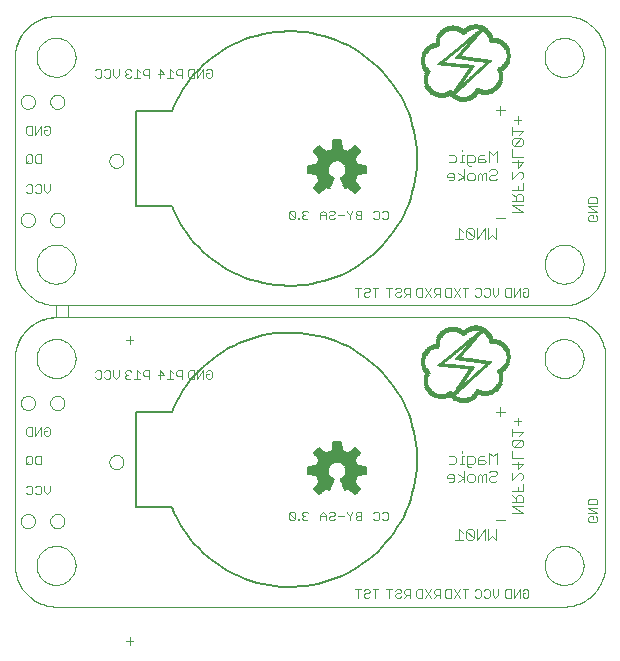
<source format=gbo>
G75*
G70*
%OFA0B0*%
%FSLAX24Y24*%
%IPPOS*%
%LPD*%
%AMOC8*
5,1,8,0,0,1.08239X$1,22.5*
%
%ADD10C,0.0000*%
%ADD11C,0.0030*%
%ADD12C,0.0030*%
%ADD13C,0.0000*%
%ADD14R,0.0130X0.0010*%
%ADD15R,0.0260X0.0010*%
%ADD16R,0.0330X0.0010*%
%ADD17R,0.0390X0.0010*%
%ADD18R,0.0450X0.0010*%
%ADD19R,0.0490X0.0010*%
%ADD20R,0.0530X0.0010*%
%ADD21R,0.0570X0.0010*%
%ADD22R,0.0610X0.0010*%
%ADD23R,0.0640X0.0010*%
%ADD24R,0.0670X0.0010*%
%ADD25R,0.0690X0.0010*%
%ADD26R,0.0730X0.0010*%
%ADD27R,0.0750X0.0010*%
%ADD28R,0.0770X0.0010*%
%ADD29R,0.0210X0.0010*%
%ADD30R,0.0320X0.0010*%
%ADD31R,0.0290X0.0010*%
%ADD32R,0.0370X0.0010*%
%ADD33R,0.0270X0.0010*%
%ADD34R,0.0420X0.0010*%
%ADD35R,0.0250X0.0010*%
%ADD36R,0.0460X0.0010*%
%ADD37R,0.0240X0.0010*%
%ADD38R,0.0520X0.0010*%
%ADD39R,0.0230X0.0010*%
%ADD40R,0.0550X0.0010*%
%ADD41R,0.0220X0.0010*%
%ADD42R,0.0800X0.0010*%
%ADD43R,0.0200X0.0010*%
%ADD44R,0.0190X0.0010*%
%ADD45R,0.0810X0.0010*%
%ADD46R,0.0280X0.0010*%
%ADD47R,0.0840X0.0010*%
%ADD48R,0.0360X0.0010*%
%ADD49R,0.0860X0.0010*%
%ADD50R,0.0880X0.0010*%
%ADD51R,0.0470X0.0010*%
%ADD52R,0.0350X0.0010*%
%ADD53R,0.0650X0.0010*%
%ADD54R,0.0310X0.0010*%
%ADD55R,0.0660X0.0010*%
%ADD56R,0.0410X0.0010*%
%ADD57R,0.0680X0.0010*%
%ADD58R,0.0700X0.0010*%
%ADD59R,0.0180X0.0010*%
%ADD60R,0.0170X0.0010*%
%ADD61R,0.0140X0.0010*%
%ADD62R,0.0110X0.0010*%
%ADD63R,0.0720X0.0010*%
%ADD64R,0.0090X0.0010*%
%ADD65R,0.0040X0.0010*%
%ADD66R,0.0160X0.0010*%
%ADD67R,0.0100X0.0010*%
%ADD68R,0.0050X0.0010*%
%ADD69R,0.0150X0.0010*%
%ADD70R,0.0120X0.0010*%
%ADD71R,0.0380X0.0010*%
%ADD72R,0.0590X0.0010*%
%ADD73R,0.0890X0.0010*%
%ADD74R,0.0970X0.0010*%
%ADD75R,0.0940X0.0010*%
%ADD76R,0.0740X0.0010*%
%ADD77R,0.0620X0.0010*%
%ADD78R,0.0510X0.0010*%
%ADD79R,0.0400X0.0010*%
%ADD80R,0.0500X0.0010*%
%ADD81R,0.0580X0.0010*%
%ADD82R,0.0760X0.0010*%
%ADD83R,0.0430X0.0010*%
%ADD84R,0.0340X0.0010*%
%ADD85R,0.0080X0.0010*%
%ADD86R,0.0440X0.0010*%
%ADD87R,0.0300X0.0010*%
%ADD88R,0.0980X0.0010*%
%ADD89R,0.1000X0.0010*%
%ADD90R,0.0630X0.0010*%
%ADD91R,0.0600X0.0010*%
%ADD92R,0.0560X0.0010*%
%ADD93R,0.0480X0.0010*%
%ADD94C,0.0040*%
%ADD95C,0.0059*%
%ADD96C,0.0080*%
%ADD97C,0.0030*%
%ADD98C,0.0000*%
%ADD99R,0.0130X0.0010*%
%ADD100R,0.0260X0.0010*%
%ADD101R,0.0330X0.0010*%
%ADD102R,0.0390X0.0010*%
%ADD103R,0.0450X0.0010*%
%ADD104R,0.0490X0.0010*%
%ADD105R,0.0530X0.0010*%
%ADD106R,0.0570X0.0010*%
%ADD107R,0.0610X0.0010*%
%ADD108R,0.0640X0.0010*%
%ADD109R,0.0670X0.0010*%
%ADD110R,0.0690X0.0010*%
%ADD111R,0.0730X0.0010*%
%ADD112R,0.0750X0.0010*%
%ADD113R,0.0770X0.0010*%
%ADD114R,0.0210X0.0010*%
%ADD115R,0.0320X0.0010*%
%ADD116R,0.0290X0.0010*%
%ADD117R,0.0370X0.0010*%
%ADD118R,0.0270X0.0010*%
%ADD119R,0.0420X0.0010*%
%ADD120R,0.0250X0.0010*%
%ADD121R,0.0460X0.0010*%
%ADD122R,0.0240X0.0010*%
%ADD123R,0.0520X0.0010*%
%ADD124R,0.0230X0.0010*%
%ADD125R,0.0550X0.0010*%
%ADD126R,0.0220X0.0010*%
%ADD127R,0.0800X0.0010*%
%ADD128R,0.0200X0.0010*%
%ADD129R,0.0190X0.0010*%
%ADD130R,0.0810X0.0010*%
%ADD131R,0.0280X0.0010*%
%ADD132R,0.0840X0.0010*%
%ADD133R,0.0360X0.0010*%
%ADD134R,0.0860X0.0010*%
%ADD135R,0.0880X0.0010*%
%ADD136R,0.0470X0.0010*%
%ADD137R,0.0350X0.0010*%
%ADD138R,0.0650X0.0010*%
%ADD139R,0.0310X0.0010*%
%ADD140R,0.0660X0.0010*%
%ADD141R,0.0410X0.0010*%
%ADD142R,0.0680X0.0010*%
%ADD143R,0.0700X0.0010*%
%ADD144R,0.0180X0.0010*%
%ADD145R,0.0170X0.0010*%
%ADD146R,0.0140X0.0010*%
%ADD147R,0.0110X0.0010*%
%ADD148R,0.0720X0.0010*%
%ADD149R,0.0090X0.0010*%
%ADD150R,0.0040X0.0010*%
%ADD151R,0.0160X0.0010*%
%ADD152R,0.0100X0.0010*%
%ADD153R,0.0050X0.0010*%
%ADD154R,0.0150X0.0010*%
%ADD155R,0.0120X0.0010*%
%ADD156R,0.0380X0.0010*%
%ADD157R,0.0590X0.0010*%
%ADD158R,0.0890X0.0010*%
%ADD159R,0.0970X0.0010*%
%ADD160R,0.0940X0.0010*%
%ADD161R,0.0740X0.0010*%
%ADD162R,0.0620X0.0010*%
%ADD163R,0.0510X0.0010*%
%ADD164R,0.0400X0.0010*%
%ADD165R,0.0500X0.0010*%
%ADD166R,0.0580X0.0010*%
%ADD167R,0.0760X0.0010*%
%ADD168R,0.0430X0.0010*%
%ADD169R,0.0340X0.0010*%
%ADD170R,0.0080X0.0010*%
%ADD171R,0.0440X0.0010*%
%ADD172R,0.0300X0.0010*%
%ADD173R,0.0980X0.0010*%
%ADD174R,0.1000X0.0010*%
%ADD175R,0.0630X0.0010*%
%ADD176R,0.0600X0.0010*%
%ADD177R,0.0560X0.0010*%
%ADD178R,0.0480X0.0010*%
%ADD179C,0.0040*%
%ADD180C,0.0059*%
%ADD181C,0.0080*%
D10*
X001475Y001583D02*
X001478Y001583D01*
X018407Y001583D01*
X018410Y001583D01*
X018408Y001583D02*
X018482Y001586D01*
X018556Y001593D01*
X018630Y001604D01*
X018702Y001619D01*
X018774Y001637D01*
X018845Y001660D01*
X018915Y001686D01*
X018983Y001716D01*
X019049Y001749D01*
X019114Y001786D01*
X019176Y001827D01*
X019237Y001870D01*
X019295Y001917D01*
X019350Y001967D01*
X019402Y002019D01*
X019452Y002074D01*
X019499Y002132D01*
X019542Y002193D01*
X019583Y002255D01*
X019620Y002320D01*
X019653Y002386D01*
X019683Y002454D01*
X019709Y002524D01*
X019732Y002595D01*
X019750Y002667D01*
X019765Y002739D01*
X019776Y002813D01*
X019783Y002887D01*
X019786Y002961D01*
X019785Y002961D02*
X019785Y002958D01*
X019785Y002961D02*
X019785Y009812D01*
X019785Y009857D01*
X019785Y009812D02*
X019787Y009884D01*
X019785Y009955D01*
X019780Y010027D01*
X019771Y010098D01*
X019758Y010169D01*
X019741Y010238D01*
X019720Y010307D01*
X019696Y010375D01*
X019669Y010441D01*
X019637Y010505D01*
X019603Y010568D01*
X019565Y010629D01*
X019524Y010688D01*
X019480Y010744D01*
X019432Y010798D01*
X019382Y010849D01*
X019330Y010898D01*
X019275Y010944D01*
X019217Y010987D01*
X019157Y011026D01*
X019095Y011063D01*
X019032Y011096D01*
X018967Y011125D01*
X018900Y011151D01*
X018832Y011174D01*
X018762Y011192D01*
X018692Y011207D01*
X018621Y011219D01*
X018550Y011226D01*
X018479Y011230D01*
X018407Y011229D01*
X001872Y011229D01*
X001872Y011623D01*
X018407Y011623D01*
X018410Y011623D01*
X018407Y011229D02*
X018410Y011229D01*
X018408Y011622D02*
X018482Y011625D01*
X018556Y011632D01*
X018630Y011643D01*
X018702Y011658D01*
X018774Y011676D01*
X018845Y011699D01*
X018915Y011725D01*
X018983Y011755D01*
X019049Y011788D01*
X019114Y011825D01*
X019176Y011866D01*
X019237Y011909D01*
X019295Y011956D01*
X019350Y012006D01*
X019402Y012058D01*
X019452Y012113D01*
X019499Y012171D01*
X019542Y012232D01*
X019583Y012294D01*
X019620Y012359D01*
X019653Y012425D01*
X019683Y012493D01*
X019709Y012563D01*
X019732Y012634D01*
X019750Y012706D01*
X019765Y012778D01*
X019776Y012852D01*
X019783Y012926D01*
X019786Y013000D01*
X019785Y013001D02*
X019785Y012998D01*
X019785Y013001D02*
X019785Y019851D01*
X019785Y019897D01*
X019785Y019851D02*
X019787Y019923D01*
X019785Y019994D01*
X019780Y020066D01*
X019771Y020137D01*
X019758Y020208D01*
X019741Y020277D01*
X019720Y020346D01*
X019696Y020414D01*
X019669Y020480D01*
X019637Y020544D01*
X019603Y020607D01*
X019565Y020668D01*
X019524Y020727D01*
X019480Y020783D01*
X019432Y020837D01*
X019382Y020888D01*
X019330Y020937D01*
X019275Y020983D01*
X019217Y021026D01*
X019157Y021065D01*
X019095Y021102D01*
X019032Y021135D01*
X018967Y021164D01*
X018900Y021190D01*
X018832Y021213D01*
X018762Y021231D01*
X018692Y021246D01*
X018621Y021258D01*
X018550Y021265D01*
X018479Y021269D01*
X018407Y021268D01*
X018410Y021268D01*
X018407Y021268D02*
X001478Y021268D01*
X001475Y021268D01*
X001478Y021269D02*
X001404Y021266D01*
X001330Y021259D01*
X001256Y021248D01*
X001184Y021233D01*
X001112Y021215D01*
X001041Y021192D01*
X000971Y021166D01*
X000903Y021136D01*
X000837Y021103D01*
X000772Y021066D01*
X000710Y021025D01*
X000649Y020982D01*
X000591Y020935D01*
X000536Y020885D01*
X000484Y020833D01*
X000434Y020778D01*
X000387Y020720D01*
X000344Y020659D01*
X000303Y020597D01*
X000266Y020532D01*
X000233Y020466D01*
X000203Y020398D01*
X000177Y020328D01*
X000154Y020257D01*
X000136Y020185D01*
X000121Y020113D01*
X000110Y020039D01*
X000103Y019965D01*
X000100Y019891D01*
X000100Y019890D02*
X000100Y019894D01*
X000100Y019890D02*
X000100Y013040D01*
X000100Y012998D01*
X000100Y013040D02*
X000101Y012967D01*
X000106Y012893D01*
X000114Y012821D01*
X000127Y012749D01*
X000143Y012677D01*
X000162Y012607D01*
X000186Y012537D01*
X000213Y012469D01*
X000244Y012403D01*
X000278Y012338D01*
X000315Y012275D01*
X000356Y012214D01*
X000399Y012156D01*
X000446Y012099D01*
X000496Y012045D01*
X000548Y011994D01*
X000603Y011946D01*
X000660Y011901D01*
X000720Y011858D01*
X000782Y011819D01*
X000846Y011783D01*
X000911Y011751D01*
X000979Y011722D01*
X001047Y011697D01*
X001117Y011675D01*
X001188Y011657D01*
X001260Y011642D01*
X001332Y011632D01*
X001405Y011625D01*
X001478Y011622D01*
X001478Y011623D02*
X001478Y011229D01*
X001475Y011229D01*
X001475Y011623D02*
X001478Y011623D01*
X001478Y011229D02*
X001404Y011226D01*
X001330Y011219D01*
X001256Y011208D01*
X001184Y011193D01*
X001112Y011175D01*
X001041Y011152D01*
X000971Y011126D01*
X000903Y011096D01*
X000837Y011063D01*
X000772Y011026D01*
X000710Y010985D01*
X000649Y010942D01*
X000591Y010895D01*
X000536Y010845D01*
X000484Y010793D01*
X000434Y010738D01*
X000387Y010680D01*
X000344Y010619D01*
X000303Y010557D01*
X000266Y010492D01*
X000233Y010426D01*
X000203Y010358D01*
X000177Y010288D01*
X000154Y010217D01*
X000136Y010145D01*
X000121Y010073D01*
X000110Y009999D01*
X000103Y009925D01*
X000100Y009851D01*
X000100Y009854D01*
X000100Y009851D02*
X000100Y003001D01*
X000100Y002958D01*
X000100Y003001D02*
X000101Y002928D01*
X000106Y002854D01*
X000114Y002782D01*
X000127Y002710D01*
X000143Y002638D01*
X000162Y002568D01*
X000186Y002498D01*
X000213Y002430D01*
X000244Y002364D01*
X000278Y002299D01*
X000315Y002236D01*
X000356Y002175D01*
X000399Y002117D01*
X000446Y002060D01*
X000496Y002006D01*
X000548Y001955D01*
X000603Y001907D01*
X000660Y001862D01*
X000720Y001819D01*
X000782Y001780D01*
X000846Y001744D01*
X000911Y001712D01*
X000979Y001683D01*
X001047Y001658D01*
X001117Y001636D01*
X001188Y001618D01*
X001260Y001603D01*
X001332Y001593D01*
X001405Y001586D01*
X001478Y001583D01*
D11*
X003807Y000433D02*
X004053Y000433D01*
X003930Y000310D02*
X003930Y000557D01*
D12*
X3806Y433D02*
X4053Y433D01*
X3930Y310D02*
X3930Y557D01*
X9247Y4503D02*
X9296Y4455D01*
X9393Y4455D01*
X9441Y4503D01*
X9247Y4697D01*
X9247Y4503D01*
X9441Y4503D02*
X9441Y4697D01*
X9393Y4745D01*
X9296Y4745D01*
X9247Y4697D01*
X9540Y4503D02*
X9540Y4455D01*
X9588Y4455D01*
X9588Y4503D01*
X9540Y4503D01*
X9689Y4503D02*
X9689Y4552D01*
X9738Y4600D01*
X9786Y4600D01*
X9738Y4600D02*
X9689Y4649D01*
X9689Y4697D01*
X9738Y4745D01*
X9834Y4745D01*
X9883Y4697D01*
X9883Y4503D02*
X9834Y4455D01*
X9738Y4455D01*
X9689Y4503D01*
X10279Y4455D02*
X10279Y4649D01*
X10375Y4745D01*
X10472Y4649D01*
X10472Y4455D01*
X10573Y4503D02*
X10622Y4455D01*
X10718Y4455D01*
X10767Y4503D01*
X10718Y4600D02*
X10622Y4600D01*
X10573Y4552D01*
X10573Y4503D01*
X10472Y4600D02*
X10279Y4600D01*
X10573Y4697D02*
X10622Y4745D01*
X10718Y4745D01*
X10767Y4697D01*
X10767Y4649D01*
X10718Y4600D01*
X10868Y4600D02*
X11061Y4600D01*
X11163Y4697D02*
X11163Y4745D01*
X11163Y4697D02*
X11259Y4600D01*
X11259Y4455D01*
X11259Y4600D02*
X11356Y4697D01*
X11356Y4745D01*
X11457Y4697D02*
X11457Y4649D01*
X11506Y4600D01*
X11651Y4600D01*
X11651Y4455D02*
X11506Y4455D01*
X11457Y4503D01*
X11457Y4552D01*
X11506Y4600D01*
X11457Y4697D02*
X11506Y4745D01*
X11651Y4745D01*
X11651Y4455D01*
X12047Y4503D02*
X12095Y4455D01*
X12192Y4455D01*
X12240Y4503D01*
X12240Y4697D01*
X12192Y4745D01*
X12095Y4745D01*
X12047Y4697D01*
X12341Y4697D02*
X12390Y4745D01*
X12486Y4745D01*
X12535Y4697D01*
X12535Y4503D01*
X12486Y4455D01*
X12390Y4455D01*
X12341Y4503D01*
X14568Y5748D02*
X14691Y5748D01*
X14753Y5810D01*
X14753Y5933D01*
X14691Y5995D01*
X14568Y5995D01*
X14506Y5933D01*
X14506Y5872D01*
X14753Y5872D01*
X14875Y5995D02*
X15060Y5872D01*
X14875Y5748D01*
X15060Y5748D02*
X15060Y6119D01*
X15181Y6287D02*
X15181Y6595D01*
X15367Y6595D01*
X15428Y6533D01*
X15428Y6410D01*
X15367Y6348D01*
X15181Y6348D01*
X15181Y6287D02*
X15243Y6225D01*
X15305Y6225D01*
X15550Y6348D02*
X15735Y6348D01*
X15797Y6410D01*
X15735Y6472D01*
X15550Y6472D01*
X15550Y6533D02*
X15550Y6348D01*
X15550Y6533D02*
X15611Y6595D01*
X15735Y6595D01*
X15918Y6719D02*
X15918Y6348D01*
X16165Y6348D02*
X16165Y6719D01*
X16041Y6595D01*
X15918Y6719D01*
X16675Y6782D02*
X16675Y6535D01*
X17045Y6535D01*
X17045Y6352D02*
X16860Y6167D01*
X16860Y6414D01*
X16675Y6352D02*
X17045Y6352D01*
X16983Y6045D02*
X17045Y5984D01*
X17045Y5860D01*
X16983Y5798D01*
X17045Y5677D02*
X17045Y5430D01*
X16675Y5430D01*
X16675Y5309D02*
X16798Y5185D01*
X16798Y5247D02*
X16798Y5062D01*
X16675Y5062D02*
X17045Y5062D01*
X17045Y5247D01*
X16983Y5309D01*
X16860Y5309D01*
X16798Y5247D01*
X16860Y5430D02*
X16860Y5554D01*
X16675Y5798D02*
X16922Y6045D01*
X16983Y6045D01*
X16675Y6045D02*
X16675Y5798D01*
X16165Y5810D02*
X16103Y5748D01*
X15980Y5748D01*
X15918Y5810D01*
X15918Y5872D01*
X15980Y5933D01*
X16103Y5933D01*
X16165Y5995D01*
X16165Y6057D01*
X16103Y6119D01*
X15980Y6119D01*
X15918Y6057D01*
X15797Y5995D02*
X15735Y5995D01*
X15673Y5933D01*
X15611Y5995D01*
X15550Y5933D01*
X15550Y5748D01*
X15673Y5748D02*
X15673Y5933D01*
X15797Y5995D02*
X15797Y5748D01*
X15428Y5810D02*
X15428Y5933D01*
X15367Y5995D01*
X15243Y5995D01*
X15181Y5933D01*
X15181Y5810D01*
X15243Y5748D01*
X15367Y5748D01*
X15428Y5810D01*
X15060Y6348D02*
X14937Y6348D01*
X14998Y6348D02*
X14998Y6595D01*
X15060Y6595D01*
X14998Y6719D02*
X14998Y6780D01*
X14753Y6595D02*
X14814Y6533D01*
X14814Y6410D01*
X14753Y6348D01*
X14568Y6348D01*
X14568Y6595D02*
X14753Y6595D01*
X16675Y6965D02*
X16736Y6903D01*
X16983Y7150D01*
X16736Y7150D01*
X16675Y7089D01*
X16675Y6965D01*
X16736Y6903D02*
X16983Y6903D01*
X17045Y6965D01*
X17045Y7089D01*
X16983Y7150D01*
X16922Y7272D02*
X17045Y7395D01*
X16675Y7395D01*
X16675Y7272D02*
X16675Y7519D01*
X16860Y7640D02*
X16860Y7887D01*
X16983Y7763D02*
X16736Y7763D01*
X19263Y5181D02*
X19457Y5181D01*
X19505Y5133D01*
X19505Y4988D01*
X19215Y4988D01*
X19215Y5133D01*
X19263Y5181D01*
X19215Y4886D02*
X19505Y4886D01*
X19505Y4693D02*
X19215Y4886D01*
X19215Y4693D02*
X19505Y4693D01*
X19457Y4592D02*
X19505Y4543D01*
X19505Y4447D01*
X19457Y4398D01*
X19263Y4398D01*
X19215Y4447D01*
X19215Y4543D01*
X19263Y4592D01*
X19360Y4592D01*
X19360Y4495D01*
X17045Y4694D02*
X16675Y4940D01*
X17045Y4940D01*
X17045Y4694D02*
X16675Y4694D01*
X16135Y4169D02*
X16135Y3798D01*
X16011Y3922D01*
X15888Y3798D01*
X15888Y4169D01*
X15766Y4169D02*
X15520Y3798D01*
X15520Y4169D01*
X15398Y4107D02*
X15336Y4169D01*
X15213Y4169D01*
X15151Y4107D01*
X15398Y3860D01*
X15336Y3798D01*
X15213Y3798D01*
X15151Y3860D01*
X15151Y4107D01*
X15030Y4045D02*
X14906Y4169D01*
X14906Y3798D01*
X14783Y3798D02*
X15030Y3798D01*
X15398Y3860D02*
X15398Y4107D01*
X15766Y4169D02*
X15766Y3798D01*
X15779Y2169D02*
X15876Y2169D01*
X15924Y2120D01*
X15924Y1927D01*
X15876Y1878D01*
X15779Y1878D01*
X15731Y1927D01*
X15629Y1927D02*
X15581Y1878D01*
X15484Y1878D01*
X15436Y1927D01*
X15436Y2120D02*
X15484Y2169D01*
X15581Y2169D01*
X15629Y2120D01*
X15629Y1927D01*
X15731Y2120D02*
X15779Y2169D01*
X16025Y2169D02*
X16025Y1975D01*
X16122Y1878D01*
X16219Y1975D01*
X16219Y2169D01*
X16436Y2120D02*
X16484Y2169D01*
X16629Y2169D01*
X16629Y1878D01*
X16484Y1878D01*
X16436Y1927D01*
X16436Y2120D01*
X16731Y2169D02*
X16731Y1878D01*
X16924Y2169D01*
X16924Y1878D01*
X17025Y1927D02*
X17074Y1878D01*
X17170Y1878D01*
X17219Y1927D01*
X17219Y2120D01*
X17170Y2169D01*
X17074Y2169D01*
X17025Y2120D01*
X17025Y2023D02*
X17122Y2023D01*
X17025Y2023D02*
X17025Y1927D01*
X15219Y2169D02*
X15025Y2169D01*
X15122Y2169D02*
X15122Y1878D01*
X14924Y1878D02*
X14731Y2169D01*
X14629Y2169D02*
X14484Y2169D01*
X14436Y2120D01*
X14436Y1927D01*
X14484Y1878D01*
X14629Y1878D01*
X14629Y2169D01*
X14924Y2169D02*
X14731Y1878D01*
X14269Y1878D02*
X14269Y2169D01*
X14124Y2169D01*
X14075Y2120D01*
X14075Y2023D01*
X14124Y1975D01*
X14269Y1975D01*
X14172Y1975D02*
X14075Y1878D01*
X13974Y1878D02*
X13781Y2169D01*
X13679Y2169D02*
X13534Y2169D01*
X13486Y2120D01*
X13486Y1927D01*
X13534Y1878D01*
X13679Y1878D01*
X13679Y2169D01*
X13974Y2169D02*
X13781Y1878D01*
X13269Y1878D02*
X13269Y2169D01*
X13124Y2169D01*
X13075Y2120D01*
X13075Y2023D01*
X13124Y1975D01*
X13269Y1975D01*
X13172Y1975D02*
X13075Y1878D01*
X12974Y1927D02*
X12926Y1878D01*
X12829Y1878D01*
X12781Y1927D01*
X12781Y1975D01*
X12829Y2023D01*
X12926Y2023D01*
X12974Y2072D01*
X12974Y2120D01*
X12926Y2169D01*
X12829Y2169D01*
X12781Y2120D01*
X12679Y2169D02*
X12486Y2169D01*
X12583Y2169D02*
X12583Y1878D01*
X12122Y1878D02*
X12122Y2169D01*
X12219Y2169D02*
X12025Y2169D01*
X11924Y2120D02*
X11924Y2072D01*
X11876Y2023D01*
X11779Y2023D01*
X11731Y1975D01*
X11731Y1927D01*
X11779Y1878D01*
X11876Y1878D01*
X11924Y1927D01*
X11924Y2120D02*
X11876Y2169D01*
X11779Y2169D01*
X11731Y2120D01*
X11629Y2169D02*
X11436Y2169D01*
X11533Y2169D02*
X11533Y1878D01*
X1269Y5425D02*
X1172Y5328D01*
X1075Y5425D01*
X1075Y5619D01*
X974Y5570D02*
X974Y5377D01*
X926Y5328D01*
X829Y5328D01*
X781Y5377D01*
X679Y5377D02*
X631Y5328D01*
X534Y5328D01*
X486Y5377D01*
X486Y5570D02*
X534Y5619D01*
X631Y5619D01*
X679Y5570D01*
X679Y5377D01*
X781Y5570D02*
X829Y5619D01*
X926Y5619D01*
X974Y5570D01*
X1269Y5619D02*
X1269Y5425D01*
X974Y6328D02*
X829Y6328D01*
X781Y6377D01*
X781Y6570D01*
X829Y6619D01*
X974Y6619D01*
X974Y6328D01*
X679Y6377D02*
X679Y6570D01*
X631Y6619D01*
X534Y6619D01*
X486Y6570D01*
X486Y6377D01*
X534Y6328D01*
X631Y6328D01*
X679Y6377D01*
X583Y6425D02*
X486Y6328D01*
X534Y7278D02*
X486Y7327D01*
X486Y7520D01*
X534Y7569D01*
X679Y7569D01*
X679Y7278D01*
X534Y7278D01*
X781Y7278D02*
X781Y7569D01*
X974Y7569D02*
X781Y7278D01*
X974Y7278D02*
X974Y7569D01*
X1075Y7520D02*
X1124Y7569D01*
X1220Y7569D01*
X1269Y7520D01*
X1269Y7327D01*
X1220Y7278D01*
X1124Y7278D01*
X1075Y7327D01*
X1075Y7423D01*
X1172Y7423D01*
X2837Y9178D02*
X2789Y9227D01*
X2837Y9178D02*
X2934Y9178D01*
X2983Y9227D01*
X2983Y9420D01*
X2934Y9469D01*
X2837Y9469D01*
X2789Y9420D01*
X3084Y9420D02*
X3132Y9469D01*
X3229Y9469D01*
X3277Y9420D01*
X3277Y9227D01*
X3229Y9178D01*
X3132Y9178D01*
X3084Y9227D01*
X3378Y9275D02*
X3378Y9469D01*
X3572Y9469D02*
X3572Y9275D01*
X3475Y9178D01*
X3378Y9275D01*
X3789Y9265D02*
X3789Y9217D01*
X3837Y9168D01*
X3934Y9168D01*
X3983Y9217D01*
X4084Y9168D02*
X4277Y9168D01*
X4180Y9168D02*
X4180Y9459D01*
X4277Y9362D01*
X4378Y9410D02*
X4378Y9313D01*
X4427Y9265D01*
X4572Y9265D01*
X4572Y9168D02*
X4572Y9459D01*
X4427Y9459D01*
X4378Y9410D01*
X3983Y9410D02*
X3934Y9459D01*
X3837Y9459D01*
X3789Y9410D01*
X3789Y9362D01*
X3837Y9313D01*
X3789Y9265D01*
X3837Y9313D02*
X3886Y9313D01*
X4889Y9313D02*
X5083Y9313D01*
X4937Y9459D01*
X4937Y9168D01*
X5184Y9168D02*
X5377Y9168D01*
X5280Y9168D02*
X5280Y9459D01*
X5377Y9362D01*
X5478Y9410D02*
X5478Y9313D01*
X5527Y9265D01*
X5672Y9265D01*
X5672Y9168D02*
X5672Y9459D01*
X5527Y9459D01*
X5478Y9410D01*
X5889Y9420D02*
X5889Y9227D01*
X5937Y9178D01*
X6083Y9178D01*
X6083Y9469D01*
X5937Y9469D01*
X5889Y9420D01*
X6184Y9469D02*
X6184Y9178D01*
X6377Y9469D01*
X6377Y9178D01*
X6478Y9227D02*
X6527Y9178D01*
X6623Y9178D01*
X6672Y9227D01*
X6672Y9420D01*
X6623Y9469D01*
X6527Y9469D01*
X6478Y9420D01*
X6478Y9323D02*
X6575Y9323D01*
X6478Y9323D02*
X6478Y9227D01*
D13*
X1478Y1583D02*
X1475Y1583D01*
X1478Y1583D02*
X18407Y1583D01*
X18410Y1583D01*
X17760Y2958D02*
X17762Y3008D01*
X17768Y3058D01*
X17778Y3108D01*
X17791Y3156D01*
X17808Y3204D01*
X17829Y3250D01*
X17853Y3294D01*
X17881Y3336D01*
X17912Y3376D01*
X17946Y3413D01*
X17983Y3448D01*
X18022Y3479D01*
X18063Y3508D01*
X18107Y3533D01*
X18153Y3555D01*
X18200Y3573D01*
X18248Y3587D01*
X18297Y3598D01*
X18347Y3605D01*
X18397Y3608D01*
X18448Y3607D01*
X18498Y3602D01*
X18548Y3593D01*
X18596Y3581D01*
X18644Y3564D01*
X18690Y3544D01*
X18735Y3521D01*
X18778Y3494D01*
X18818Y3464D01*
X18856Y3431D01*
X18891Y3395D01*
X18924Y3356D01*
X18953Y3315D01*
X18979Y3272D01*
X19002Y3227D01*
X19021Y3180D01*
X19036Y3132D01*
X19048Y3083D01*
X19056Y3033D01*
X19060Y2983D01*
X19060Y2933D01*
X19056Y2883D01*
X19048Y2833D01*
X19036Y2784D01*
X19021Y2736D01*
X19002Y2689D01*
X18979Y2644D01*
X18953Y2601D01*
X18924Y2560D01*
X18891Y2521D01*
X18856Y2485D01*
X18818Y2452D01*
X18778Y2422D01*
X18735Y2395D01*
X18690Y2372D01*
X18644Y2352D01*
X18596Y2335D01*
X18548Y2323D01*
X18498Y2314D01*
X18448Y2309D01*
X18397Y2308D01*
X18347Y2311D01*
X18297Y2318D01*
X18248Y2329D01*
X18200Y2343D01*
X18153Y2361D01*
X18107Y2383D01*
X18063Y2408D01*
X18022Y2437D01*
X17983Y2468D01*
X17946Y2503D01*
X17912Y2540D01*
X17881Y2580D01*
X17853Y2622D01*
X17829Y2666D01*
X17808Y2712D01*
X17791Y2760D01*
X17778Y2808D01*
X17768Y2858D01*
X17762Y2908D01*
X17760Y2958D01*
X18407Y1583D02*
X18481Y1586D01*
X18555Y1593D01*
X18629Y1604D01*
X18701Y1619D01*
X18773Y1637D01*
X18844Y1660D01*
X18914Y1686D01*
X18982Y1716D01*
X19048Y1749D01*
X19113Y1786D01*
X19175Y1827D01*
X19236Y1870D01*
X19294Y1917D01*
X19349Y1967D01*
X19401Y2019D01*
X19451Y2074D01*
X19498Y2132D01*
X19541Y2193D01*
X19582Y2255D01*
X19619Y2320D01*
X19652Y2386D01*
X19682Y2454D01*
X19708Y2524D01*
X19731Y2595D01*
X19749Y2667D01*
X19764Y2739D01*
X19775Y2813D01*
X19782Y2887D01*
X19785Y2961D01*
X19785Y2958D01*
X19785Y2961D02*
X19785Y9812D01*
X19785Y9857D01*
X19785Y9812D02*
X19787Y9884D01*
X19785Y9955D01*
X19780Y10027D01*
X19771Y10098D01*
X19758Y10169D01*
X19741Y10238D01*
X19720Y10307D01*
X19696Y10375D01*
X19669Y10441D01*
X19637Y10505D01*
X19603Y10568D01*
X19565Y10629D01*
X19524Y10688D01*
X19480Y10744D01*
X19432Y10798D01*
X19382Y10849D01*
X19330Y10898D01*
X19275Y10944D01*
X19217Y10987D01*
X19157Y11026D01*
X19095Y11063D01*
X19032Y11096D01*
X18967Y11125D01*
X18900Y11151D01*
X18832Y11174D01*
X18762Y11192D01*
X18692Y11207D01*
X18621Y11219D01*
X18550Y11226D01*
X18479Y11230D01*
X18407Y11229D01*
X18410Y11229D01*
X18407Y11229D02*
X1478Y11229D01*
X825Y9854D02*
X827Y9904D01*
X833Y9954D01*
X843Y10004D01*
X856Y10052D01*
X873Y10100D01*
X894Y10146D01*
X918Y10190D01*
X946Y10232D01*
X977Y10272D01*
X1011Y10309D01*
X1048Y10344D01*
X1087Y10375D01*
X1128Y10404D01*
X1172Y10429D01*
X1218Y10451D01*
X1265Y10469D01*
X1313Y10483D01*
X1362Y10494D01*
X1412Y10501D01*
X1462Y10504D01*
X1513Y10503D01*
X1563Y10498D01*
X1613Y10489D01*
X1661Y10477D01*
X1709Y10460D01*
X1755Y10440D01*
X1800Y10417D01*
X1843Y10390D01*
X1883Y10360D01*
X1921Y10327D01*
X1956Y10291D01*
X1989Y10252D01*
X2018Y10211D01*
X2044Y10168D01*
X2067Y10123D01*
X2086Y10076D01*
X2101Y10028D01*
X2113Y9979D01*
X2121Y9929D01*
X2125Y9879D01*
X2125Y9829D01*
X2121Y9779D01*
X2113Y9729D01*
X2101Y9680D01*
X2086Y9632D01*
X2067Y9585D01*
X2044Y9540D01*
X2018Y9497D01*
X1989Y9456D01*
X1956Y9417D01*
X1921Y9381D01*
X1883Y9348D01*
X1843Y9318D01*
X1800Y9291D01*
X1755Y9268D01*
X1709Y9248D01*
X1661Y9231D01*
X1613Y9219D01*
X1563Y9210D01*
X1513Y9205D01*
X1462Y9204D01*
X1412Y9207D01*
X1362Y9214D01*
X1313Y9225D01*
X1265Y9239D01*
X1218Y9257D01*
X1172Y9279D01*
X1128Y9304D01*
X1087Y9333D01*
X1048Y9364D01*
X1011Y9399D01*
X977Y9436D01*
X946Y9476D01*
X918Y9518D01*
X894Y9562D01*
X873Y9608D01*
X856Y9656D01*
X843Y9704D01*
X833Y9754D01*
X827Y9804D01*
X825Y9854D01*
X100Y9851D02*
X102Y9923D01*
X108Y9995D01*
X117Y10067D01*
X130Y10138D01*
X147Y10208D01*
X167Y10277D01*
X192Y10345D01*
X219Y10411D01*
X250Y10477D01*
X285Y10540D01*
X322Y10602D01*
X363Y10661D01*
X407Y10718D01*
X454Y10773D01*
X504Y10825D01*
X556Y10875D01*
X611Y10922D01*
X668Y10966D01*
X727Y11007D01*
X789Y11044D01*
X852Y11079D01*
X918Y11110D01*
X984Y11137D01*
X1052Y11162D01*
X1121Y11182D01*
X1191Y11199D01*
X1262Y11212D01*
X1334Y11221D01*
X1406Y11227D01*
X1478Y11229D01*
X100Y9854D02*
X100Y9851D01*
X100Y3001D01*
X100Y2958D01*
X825Y2958D02*
X827Y3008D01*
X833Y3058D01*
X843Y3108D01*
X856Y3156D01*
X873Y3204D01*
X894Y3250D01*
X918Y3294D01*
X946Y3336D01*
X977Y3376D01*
X1011Y3413D01*
X1048Y3448D01*
X1087Y3479D01*
X1128Y3508D01*
X1172Y3533D01*
X1218Y3555D01*
X1265Y3573D01*
X1313Y3587D01*
X1362Y3598D01*
X1412Y3605D01*
X1462Y3608D01*
X1513Y3607D01*
X1563Y3602D01*
X1613Y3593D01*
X1661Y3581D01*
X1709Y3564D01*
X1755Y3544D01*
X1800Y3521D01*
X1843Y3494D01*
X1883Y3464D01*
X1921Y3431D01*
X1956Y3395D01*
X1989Y3356D01*
X2018Y3315D01*
X2044Y3272D01*
X2067Y3227D01*
X2086Y3180D01*
X2101Y3132D01*
X2113Y3083D01*
X2121Y3033D01*
X2125Y2983D01*
X2125Y2933D01*
X2121Y2883D01*
X2113Y2833D01*
X2101Y2784D01*
X2086Y2736D01*
X2067Y2689D01*
X2044Y2644D01*
X2018Y2601D01*
X1989Y2560D01*
X1956Y2521D01*
X1921Y2485D01*
X1883Y2452D01*
X1843Y2422D01*
X1800Y2395D01*
X1755Y2372D01*
X1709Y2352D01*
X1661Y2335D01*
X1613Y2323D01*
X1563Y2314D01*
X1513Y2309D01*
X1462Y2308D01*
X1412Y2311D01*
X1362Y2318D01*
X1313Y2329D01*
X1265Y2343D01*
X1218Y2361D01*
X1172Y2383D01*
X1128Y2408D01*
X1087Y2437D01*
X1048Y2468D01*
X1011Y2503D01*
X977Y2540D01*
X946Y2580D01*
X918Y2622D01*
X894Y2666D01*
X873Y2712D01*
X856Y2760D01*
X843Y2808D01*
X833Y2858D01*
X827Y2908D01*
X825Y2958D01*
X99Y3001D02*
X100Y2928D01*
X105Y2854D01*
X113Y2782D01*
X126Y2710D01*
X142Y2638D01*
X161Y2568D01*
X185Y2498D01*
X212Y2430D01*
X243Y2364D01*
X277Y2299D01*
X314Y2236D01*
X355Y2175D01*
X398Y2117D01*
X445Y2060D01*
X495Y2006D01*
X547Y1955D01*
X602Y1907D01*
X659Y1862D01*
X719Y1819D01*
X781Y1780D01*
X845Y1744D01*
X910Y1712D01*
X978Y1683D01*
X1046Y1658D01*
X1116Y1636D01*
X1187Y1618D01*
X1259Y1603D01*
X1331Y1593D01*
X1404Y1586D01*
X1477Y1583D01*
X1281Y4434D02*
X1283Y4464D01*
X1289Y4494D01*
X1298Y4523D01*
X1311Y4550D01*
X1328Y4575D01*
X1347Y4598D01*
X1370Y4619D01*
X1395Y4636D01*
X1421Y4650D01*
X1450Y4660D01*
X1479Y4667D01*
X1509Y4670D01*
X1540Y4669D01*
X1570Y4664D01*
X1599Y4655D01*
X1626Y4643D01*
X1652Y4628D01*
X1676Y4609D01*
X1697Y4587D01*
X1715Y4563D01*
X1730Y4536D01*
X1741Y4508D01*
X1749Y4479D01*
X1753Y4449D01*
X1753Y4419D01*
X1749Y4389D01*
X1741Y4360D01*
X1730Y4332D01*
X1715Y4305D01*
X1697Y4281D01*
X1676Y4259D01*
X1652Y4240D01*
X1626Y4225D01*
X1599Y4213D01*
X1570Y4204D01*
X1540Y4199D01*
X1509Y4198D01*
X1479Y4201D01*
X1450Y4208D01*
X1421Y4218D01*
X1395Y4232D01*
X1370Y4249D01*
X1347Y4270D01*
X1328Y4293D01*
X1311Y4318D01*
X1298Y4345D01*
X1289Y4374D01*
X1283Y4404D01*
X1281Y4434D01*
X297Y4434D02*
X299Y4464D01*
X305Y4494D01*
X314Y4523D01*
X327Y4550D01*
X344Y4575D01*
X363Y4598D01*
X386Y4619D01*
X411Y4636D01*
X437Y4650D01*
X466Y4660D01*
X495Y4667D01*
X525Y4670D01*
X556Y4669D01*
X586Y4664D01*
X615Y4655D01*
X642Y4643D01*
X668Y4628D01*
X692Y4609D01*
X713Y4587D01*
X731Y4563D01*
X746Y4536D01*
X757Y4508D01*
X765Y4479D01*
X769Y4449D01*
X769Y4419D01*
X765Y4389D01*
X757Y4360D01*
X746Y4332D01*
X731Y4305D01*
X713Y4281D01*
X692Y4259D01*
X668Y4240D01*
X642Y4225D01*
X615Y4213D01*
X586Y4204D01*
X556Y4199D01*
X525Y4198D01*
X495Y4201D01*
X466Y4208D01*
X437Y4218D01*
X411Y4232D01*
X386Y4249D01*
X363Y4270D01*
X344Y4293D01*
X327Y4318D01*
X314Y4345D01*
X305Y4374D01*
X299Y4404D01*
X297Y4434D01*
X3250Y6402D02*
X3252Y6432D01*
X3258Y6462D01*
X3267Y6491D01*
X3280Y6518D01*
X3297Y6543D01*
X3316Y6566D01*
X3339Y6587D01*
X3364Y6604D01*
X3390Y6618D01*
X3419Y6628D01*
X3448Y6635D01*
X3478Y6638D01*
X3509Y6637D01*
X3539Y6632D01*
X3568Y6623D01*
X3595Y6611D01*
X3621Y6596D01*
X3645Y6577D01*
X3666Y6555D01*
X3684Y6531D01*
X3699Y6504D01*
X3710Y6476D01*
X3718Y6447D01*
X3722Y6417D01*
X3722Y6387D01*
X3718Y6357D01*
X3710Y6328D01*
X3699Y6300D01*
X3684Y6273D01*
X3666Y6249D01*
X3645Y6227D01*
X3621Y6208D01*
X3595Y6193D01*
X3568Y6181D01*
X3539Y6172D01*
X3509Y6167D01*
X3478Y6166D01*
X3448Y6169D01*
X3419Y6176D01*
X3390Y6186D01*
X3364Y6200D01*
X3339Y6217D01*
X3316Y6238D01*
X3297Y6261D01*
X3280Y6286D01*
X3267Y6313D01*
X3258Y6342D01*
X3252Y6372D01*
X3250Y6402D01*
X1281Y8371D02*
X1283Y8401D01*
X1289Y8431D01*
X1298Y8460D01*
X1311Y8487D01*
X1328Y8512D01*
X1347Y8535D01*
X1370Y8556D01*
X1395Y8573D01*
X1421Y8587D01*
X1450Y8597D01*
X1479Y8604D01*
X1509Y8607D01*
X1540Y8606D01*
X1570Y8601D01*
X1599Y8592D01*
X1626Y8580D01*
X1652Y8565D01*
X1676Y8546D01*
X1697Y8524D01*
X1715Y8500D01*
X1730Y8473D01*
X1741Y8445D01*
X1749Y8416D01*
X1753Y8386D01*
X1753Y8356D01*
X1749Y8326D01*
X1741Y8297D01*
X1730Y8269D01*
X1715Y8242D01*
X1697Y8218D01*
X1676Y8196D01*
X1652Y8177D01*
X1626Y8162D01*
X1599Y8150D01*
X1570Y8141D01*
X1540Y8136D01*
X1509Y8135D01*
X1479Y8138D01*
X1450Y8145D01*
X1421Y8155D01*
X1395Y8169D01*
X1370Y8186D01*
X1347Y8207D01*
X1328Y8230D01*
X1311Y8255D01*
X1298Y8282D01*
X1289Y8311D01*
X1283Y8341D01*
X1281Y8371D01*
X297Y8371D02*
X299Y8401D01*
X305Y8431D01*
X314Y8460D01*
X327Y8487D01*
X344Y8512D01*
X363Y8535D01*
X386Y8556D01*
X411Y8573D01*
X437Y8587D01*
X466Y8597D01*
X495Y8604D01*
X525Y8607D01*
X556Y8606D01*
X586Y8601D01*
X615Y8592D01*
X642Y8580D01*
X668Y8565D01*
X692Y8546D01*
X713Y8524D01*
X731Y8500D01*
X746Y8473D01*
X757Y8445D01*
X765Y8416D01*
X769Y8386D01*
X769Y8356D01*
X765Y8326D01*
X757Y8297D01*
X746Y8269D01*
X731Y8242D01*
X713Y8218D01*
X692Y8196D01*
X668Y8177D01*
X642Y8162D01*
X615Y8150D01*
X586Y8141D01*
X556Y8136D01*
X525Y8135D01*
X495Y8138D01*
X466Y8145D01*
X437Y8155D01*
X411Y8169D01*
X386Y8186D01*
X363Y8207D01*
X344Y8230D01*
X327Y8255D01*
X314Y8282D01*
X305Y8311D01*
X299Y8341D01*
X297Y8371D01*
X17757Y9851D02*
X17759Y9901D01*
X17765Y9951D01*
X17775Y10001D01*
X17788Y10049D01*
X17805Y10097D01*
X17826Y10143D01*
X17850Y10187D01*
X17878Y10229D01*
X17909Y10269D01*
X17943Y10306D01*
X17980Y10341D01*
X18019Y10372D01*
X18060Y10401D01*
X18104Y10426D01*
X18150Y10448D01*
X18197Y10466D01*
X18245Y10480D01*
X18294Y10491D01*
X18344Y10498D01*
X18394Y10501D01*
X18445Y10500D01*
X18495Y10495D01*
X18545Y10486D01*
X18593Y10474D01*
X18641Y10457D01*
X18687Y10437D01*
X18732Y10414D01*
X18775Y10387D01*
X18815Y10357D01*
X18853Y10324D01*
X18888Y10288D01*
X18921Y10249D01*
X18950Y10208D01*
X18976Y10165D01*
X18999Y10120D01*
X19018Y10073D01*
X19033Y10025D01*
X19045Y9976D01*
X19053Y9926D01*
X19057Y9876D01*
X19057Y9826D01*
X19053Y9776D01*
X19045Y9726D01*
X19033Y9677D01*
X19018Y9629D01*
X18999Y9582D01*
X18976Y9537D01*
X18950Y9494D01*
X18921Y9453D01*
X18888Y9414D01*
X18853Y9378D01*
X18815Y9345D01*
X18775Y9315D01*
X18732Y9288D01*
X18687Y9265D01*
X18641Y9245D01*
X18593Y9228D01*
X18545Y9216D01*
X18495Y9207D01*
X18445Y9202D01*
X18394Y9201D01*
X18344Y9204D01*
X18294Y9211D01*
X18245Y9222D01*
X18197Y9236D01*
X18150Y9254D01*
X18104Y9276D01*
X18060Y9301D01*
X18019Y9330D01*
X17980Y9361D01*
X17943Y9396D01*
X17909Y9433D01*
X17878Y9473D01*
X17850Y9515D01*
X17826Y9559D01*
X17805Y9605D01*
X17788Y9653D01*
X17775Y9701D01*
X17765Y9751D01*
X17759Y9801D01*
X17757Y9851D01*
D14*
X15540Y8783D03*
X15030Y9063D03*
X15010Y9033D03*
X15100Y9163D03*
X15120Y9193D03*
X15210Y9323D03*
X15230Y9353D03*
X15300Y9453D03*
X14910Y9893D03*
X14920Y9903D03*
X14930Y9913D03*
X14940Y9923D03*
X14950Y9933D03*
X14960Y9943D03*
X14990Y9983D03*
X15000Y9993D03*
X15010Y10003D03*
X15020Y10013D03*
X15030Y10023D03*
X15060Y10063D03*
X15070Y10073D03*
X15080Y10083D03*
X15090Y10093D03*
X15100Y10103D03*
X15110Y10113D03*
X15130Y10143D03*
X15140Y10153D03*
X15150Y10163D03*
X15160Y10173D03*
X15170Y10183D03*
X15180Y10193D03*
X15210Y10233D03*
X15220Y10243D03*
X15230Y10253D03*
X15240Y10263D03*
X15250Y10273D03*
X15260Y10283D03*
X15280Y10313D03*
X15060Y8363D03*
D15*
X15055Y8373D03*
X14755Y8543D03*
X14985Y8893D03*
X14035Y8673D03*
X16075Y8773D03*
X13945Y10153D03*
X14405Y10703D03*
X15305Y10413D03*
X15315Y10423D03*
X15325Y10433D03*
X15335Y10443D03*
X15345Y10453D03*
X15465Y10913D03*
D16*
X15470Y10903D03*
X14480Y10733D03*
X14090Y10243D03*
X14000Y10173D03*
X15290Y8513D03*
X15060Y8383D03*
D17*
X15060Y8393D03*
X14680Y8673D03*
X16100Y10423D03*
X15730Y10713D03*
X15470Y10893D03*
X15040Y10713D03*
D18*
X15470Y10883D03*
X16140Y10383D03*
X16200Y10333D03*
X15060Y8403D03*
D19*
X15060Y8413D03*
X15160Y9513D03*
X15040Y9833D03*
D20*
X15470Y10863D03*
X15060Y8423D03*
D21*
X15060Y8433D03*
X15070Y9823D03*
X15470Y10853D03*
D22*
X15470Y10843D03*
X15060Y8443D03*
D23*
X15055Y8453D03*
X15695Y8643D03*
X15465Y10833D03*
D24*
X15470Y10823D03*
X15680Y9723D03*
X15740Y8673D03*
X15060Y8463D03*
D25*
X15060Y8473D03*
D26*
X15060Y8483D03*
X15810Y8743D03*
X15140Y9803D03*
X15470Y10803D03*
D27*
X15470Y10793D03*
X15210Y9793D03*
X15360Y9773D03*
X15650Y9733D03*
X15060Y8493D03*
D28*
X15060Y8503D03*
X15470Y10783D03*
D29*
X15480Y10583D03*
X15470Y10573D03*
X15460Y10563D03*
X15840Y10693D03*
X15850Y10683D03*
X16400Y10253D03*
X16410Y10243D03*
X16420Y10233D03*
X15060Y10663D03*
X14340Y10653D03*
X14330Y10643D03*
X14320Y10633D03*
X16290Y9413D03*
X14330Y8503D03*
X13960Y8723D03*
X13950Y8733D03*
X13940Y8743D03*
D30*
X14825Y8513D03*
X15815Y9683D03*
X14975Y9853D03*
X16285Y10323D03*
X15735Y10743D03*
X15705Y10773D03*
X15225Y10773D03*
X14705Y10863D03*
D31*
X15230Y10343D03*
X15220Y10333D03*
X15210Y10323D03*
X15240Y10353D03*
X15250Y10363D03*
X16040Y10463D03*
X16310Y10313D03*
X15730Y10763D03*
X14110Y10263D03*
X14380Y9653D03*
X14330Y8513D03*
X14800Y8523D03*
X15320Y8523D03*
D32*
X14700Y8683D03*
X14320Y8523D03*
X14030Y10183D03*
X14040Y10193D03*
X14050Y10203D03*
X16090Y10433D03*
D33*
X16330Y10303D03*
X15290Y10403D03*
X15280Y10393D03*
X14120Y10273D03*
X15010Y8923D03*
X15000Y8913D03*
X14990Y8903D03*
X14770Y8533D03*
X15340Y8533D03*
D34*
X15785Y8633D03*
X14635Y8653D03*
X14325Y8533D03*
X16115Y10403D03*
D35*
X16350Y10293D03*
X15370Y10473D03*
X15360Y10463D03*
X14390Y10693D03*
X14130Y10283D03*
X13930Y10143D03*
X14940Y9863D03*
X16330Y9463D03*
X16340Y9473D03*
X16090Y8783D03*
X15360Y8543D03*
X14970Y8883D03*
X14960Y8873D03*
X14740Y8553D03*
D36*
X14325Y8543D03*
D37*
X14015Y8683D03*
X14935Y8843D03*
X14945Y8853D03*
X14955Y8863D03*
X15375Y8553D03*
X15575Y8753D03*
X16305Y9433D03*
X16315Y9443D03*
X16325Y9453D03*
X16355Y9483D03*
X15845Y9673D03*
X16365Y10283D03*
X15385Y10493D03*
X15375Y10483D03*
X15055Y10673D03*
X13915Y10133D03*
D38*
X14705Y10823D03*
X14325Y8553D03*
D39*
X14730Y8563D03*
X14900Y8803D03*
X14910Y8813D03*
X14920Y8823D03*
X14930Y8833D03*
X15390Y8563D03*
X16110Y8793D03*
X16120Y8803D03*
X16300Y9423D03*
X16370Y9493D03*
X16380Y9503D03*
X16370Y10273D03*
X16010Y10473D03*
X15430Y10533D03*
X15420Y10523D03*
X15410Y10513D03*
X15400Y10503D03*
X14710Y10873D03*
X14380Y10683D03*
X13900Y10123D03*
X14000Y8693D03*
D40*
X14320Y8563D03*
D41*
X13985Y8703D03*
X13975Y8713D03*
X14875Y8773D03*
X14885Y8783D03*
X14895Y8793D03*
X15405Y8573D03*
X15415Y8583D03*
X16135Y8813D03*
X16145Y8823D03*
X16395Y9513D03*
X16385Y10263D03*
X15825Y10703D03*
X15455Y10553D03*
X15445Y10543D03*
X14365Y10673D03*
X14355Y10663D03*
X14145Y10293D03*
X13885Y10113D03*
X13875Y10103D03*
D42*
X15025Y9543D03*
X14395Y8593D03*
X14415Y8583D03*
X14425Y8573D03*
D43*
X14845Y8743D03*
X14855Y8753D03*
X14865Y8763D03*
X15425Y8593D03*
X15435Y8603D03*
X15445Y8613D03*
X16155Y8833D03*
X16165Y8843D03*
X16175Y8853D03*
X16285Y9403D03*
X16405Y9523D03*
X16415Y9533D03*
X16425Y9543D03*
X16435Y9553D03*
X15495Y10593D03*
X15505Y10603D03*
X15515Y10613D03*
X15525Y10623D03*
X15855Y10673D03*
X15865Y10663D03*
X15875Y10653D03*
X13865Y10093D03*
X13855Y10083D03*
X13845Y10073D03*
X13835Y10063D03*
D44*
X13830Y10053D03*
X13820Y10043D03*
X13810Y10033D03*
X14160Y10303D03*
X14300Y10613D03*
X14310Y10623D03*
X15060Y10653D03*
X15540Y10633D03*
X15550Y10643D03*
X15880Y10643D03*
X15890Y10633D03*
X16430Y10223D03*
X16440Y10213D03*
X16450Y10203D03*
X16450Y9573D03*
X16440Y9563D03*
X16280Y9393D03*
X16200Y8883D03*
X16190Y8873D03*
X16180Y8863D03*
X15790Y8603D03*
X15560Y8763D03*
X15460Y8633D03*
X15450Y8623D03*
X14840Y8733D03*
X14830Y8723D03*
X14820Y8713D03*
X13930Y8753D03*
X13920Y8763D03*
X13910Y8773D03*
X13900Y8793D03*
X13850Y9373D03*
X13840Y9393D03*
X13830Y9403D03*
X13820Y9413D03*
X14340Y9663D03*
D45*
X14390Y8603D03*
D46*
X14045Y8663D03*
X15015Y8933D03*
X15785Y8613D03*
X16055Y8763D03*
X15245Y9493D03*
X13965Y10163D03*
X14425Y10713D03*
X15055Y10683D03*
X15275Y10383D03*
X15265Y10373D03*
D47*
X14595Y9603D03*
X14385Y8613D03*
D48*
X15785Y8623D03*
X14075Y10223D03*
X14065Y10213D03*
X15735Y10723D03*
D49*
X14385Y8623D03*
D50*
X14385Y8633D03*
D51*
X14600Y8643D03*
X16180Y10343D03*
X16170Y10353D03*
X16160Y10363D03*
X16150Y10373D03*
D52*
X14080Y10233D03*
X14100Y8643D03*
D53*
X15710Y8653D03*
D54*
X16030Y8753D03*
X14070Y8653D03*
X14100Y10253D03*
X15050Y10693D03*
X16060Y10453D03*
D55*
X15105Y9813D03*
X14705Y10783D03*
X15725Y8663D03*
D56*
X14660Y8663D03*
X15780Y9693D03*
X15010Y9843D03*
X16110Y10413D03*
D57*
X15755Y8683D03*
D58*
X15765Y8693D03*
X15775Y8703D03*
X15785Y8713D03*
X15065Y9533D03*
X14705Y10773D03*
X15465Y10813D03*
D59*
X15565Y10663D03*
X15555Y10653D03*
X15895Y10623D03*
X15905Y10613D03*
X16455Y10193D03*
X16465Y10183D03*
X16475Y10163D03*
X16485Y10153D03*
X16475Y9603D03*
X16465Y9593D03*
X16455Y9583D03*
X15295Y9483D03*
X16205Y8893D03*
X16215Y8903D03*
X14815Y8703D03*
X14805Y8693D03*
X13905Y8783D03*
X13895Y8803D03*
X13885Y8813D03*
X13855Y9363D03*
X13845Y9383D03*
X13815Y9423D03*
X13805Y9433D03*
X13805Y9443D03*
X13795Y9453D03*
X13785Y9993D03*
X13795Y10013D03*
X13805Y10023D03*
X14265Y10563D03*
X14275Y10573D03*
X14285Y10593D03*
X14295Y10603D03*
D60*
X14280Y10583D03*
X14260Y10553D03*
X14250Y10543D03*
X14250Y10533D03*
X14240Y10523D03*
X15060Y10643D03*
X15580Y10673D03*
X15590Y10683D03*
X15600Y10693D03*
X15610Y10703D03*
X15910Y10603D03*
X15920Y10593D03*
X15920Y10583D03*
X15930Y10573D03*
X15940Y10553D03*
X15950Y10533D03*
X16470Y10173D03*
X16490Y10143D03*
X16500Y10133D03*
X16500Y10123D03*
X16510Y10103D03*
X16500Y9653D03*
X16500Y9643D03*
X16490Y9633D03*
X16490Y9623D03*
X16480Y9613D03*
X16270Y9383D03*
X16260Y8983D03*
X16250Y8963D03*
X16240Y8943D03*
X16230Y8933D03*
X16230Y8923D03*
X16220Y8913D03*
X14610Y8693D03*
X13880Y8823D03*
X13870Y8833D03*
X13860Y8853D03*
X13850Y8873D03*
X13840Y9283D03*
X13860Y9353D03*
X13790Y9463D03*
X13780Y9473D03*
X13770Y9493D03*
X13760Y9513D03*
X13760Y9953D03*
X13770Y9973D03*
X13780Y9983D03*
X13790Y10003D03*
D61*
X13715Y9653D03*
X13805Y9153D03*
X13805Y9033D03*
X13805Y9023D03*
X14615Y8703D03*
X15135Y8983D03*
X15145Y8993D03*
X15255Y9093D03*
X15265Y9103D03*
X15375Y9203D03*
X15385Y9213D03*
X15495Y9313D03*
X15505Y9323D03*
X15615Y9423D03*
X15625Y9433D03*
X15725Y9523D03*
X15735Y9533D03*
X15745Y9543D03*
X15855Y9643D03*
X15865Y9653D03*
X16305Y9233D03*
X16305Y9223D03*
X16305Y9213D03*
X16305Y9203D03*
X16305Y9163D03*
X16305Y9153D03*
X16555Y9953D03*
X15275Y10303D03*
X15265Y10293D03*
X15205Y10223D03*
X15195Y10213D03*
X15185Y10203D03*
X15125Y10133D03*
X15115Y10123D03*
X15055Y10053D03*
X15045Y10043D03*
X15035Y10033D03*
X14985Y9973D03*
X14975Y9963D03*
X14965Y9953D03*
X14905Y9883D03*
X15065Y10633D03*
D62*
X14620Y8713D03*
D63*
X15795Y8723D03*
X15805Y8733D03*
D64*
X14620Y8723D03*
D65*
X14625Y8733D03*
D66*
X13865Y8843D03*
X13855Y8863D03*
X13845Y8883D03*
X13845Y8893D03*
X13835Y8903D03*
X13835Y8913D03*
X13825Y8933D03*
X13825Y8943D03*
X13815Y8973D03*
X13815Y9203D03*
X13825Y9243D03*
X13835Y9263D03*
X13835Y9273D03*
X13845Y9293D03*
X13845Y9303D03*
X13855Y9313D03*
X13855Y9323D03*
X13865Y9333D03*
X13865Y9343D03*
X13775Y9483D03*
X13765Y9503D03*
X13755Y9523D03*
X13755Y9533D03*
X13745Y9543D03*
X13745Y9553D03*
X13735Y9563D03*
X13735Y9573D03*
X13725Y9603D03*
X13735Y9883D03*
X13735Y9893D03*
X13745Y9913D03*
X13745Y9923D03*
X13755Y9933D03*
X13755Y9943D03*
X13765Y9963D03*
X14355Y9683D03*
X14365Y9693D03*
X14375Y9703D03*
X14385Y9713D03*
X14405Y9723D03*
X14415Y9733D03*
X14425Y9743D03*
X14435Y9753D03*
X14465Y9773D03*
X14475Y9783D03*
X14485Y9793D03*
X14515Y9813D03*
X14525Y9823D03*
X14535Y9833D03*
X14545Y9843D03*
X14565Y9853D03*
X14575Y9863D03*
X14585Y9873D03*
X14595Y9883D03*
X14625Y9903D03*
X14635Y9913D03*
X14645Y9923D03*
X14655Y9933D03*
X14675Y9943D03*
X14685Y9953D03*
X14695Y9963D03*
X14705Y9973D03*
X14725Y9983D03*
X14735Y9993D03*
X14745Y10003D03*
X14755Y10013D03*
X14785Y10033D03*
X14795Y10043D03*
X14805Y10053D03*
X14815Y10063D03*
X14835Y10073D03*
X14845Y10083D03*
X14855Y10093D03*
X14865Y10103D03*
X14885Y10113D03*
X14895Y10123D03*
X14905Y10133D03*
X14915Y10143D03*
X14945Y10163D03*
X14955Y10173D03*
X14965Y10183D03*
X14975Y10193D03*
X14995Y10203D03*
X15005Y10213D03*
X15015Y10223D03*
X15025Y10233D03*
X15045Y10243D03*
X15055Y10253D03*
X15065Y10263D03*
X15075Y10273D03*
X15095Y10283D03*
X15105Y10293D03*
X15115Y10303D03*
X15125Y10313D03*
X14905Y9873D03*
X14205Y10433D03*
X14215Y10453D03*
X14215Y10463D03*
X14225Y10483D03*
X14225Y10493D03*
X14235Y10503D03*
X14235Y10513D03*
X15935Y10563D03*
X15945Y10543D03*
X15955Y10523D03*
X15955Y10513D03*
X15965Y10493D03*
X16505Y10113D03*
X16515Y10093D03*
X16525Y10073D03*
X16525Y10063D03*
X16535Y10053D03*
X16535Y10043D03*
X16545Y9763D03*
X16535Y9733D03*
X16535Y9723D03*
X16525Y9703D03*
X16525Y9693D03*
X16515Y9683D03*
X16515Y9673D03*
X16505Y9663D03*
X16275Y9373D03*
X16275Y9363D03*
X16285Y9343D03*
X16285Y9333D03*
X16295Y9093D03*
X16285Y9053D03*
X16275Y9023D03*
X16275Y9013D03*
X16265Y9003D03*
X16265Y8993D03*
X16255Y8973D03*
X16245Y8953D03*
X15545Y8773D03*
X15875Y9663D03*
D67*
X15535Y8793D03*
X15065Y10613D03*
D68*
X15530Y8803D03*
D69*
X15220Y9063D03*
X15210Y9053D03*
X15200Y9043D03*
X15190Y9033D03*
X15180Y9023D03*
X15170Y9013D03*
X15160Y9003D03*
X15120Y8973D03*
X15110Y8963D03*
X15100Y8953D03*
X15090Y8943D03*
X15230Y9073D03*
X15240Y9083D03*
X15280Y9113D03*
X15290Y9123D03*
X15300Y9133D03*
X15310Y9143D03*
X15320Y9153D03*
X15330Y9163D03*
X15340Y9173D03*
X15350Y9183D03*
X15360Y9193D03*
X15400Y9223D03*
X15410Y9233D03*
X15420Y9243D03*
X15430Y9253D03*
X15440Y9263D03*
X15450Y9273D03*
X15460Y9283D03*
X15470Y9293D03*
X15480Y9303D03*
X15520Y9333D03*
X15530Y9343D03*
X15540Y9353D03*
X15550Y9363D03*
X15560Y9373D03*
X15570Y9383D03*
X15580Y9393D03*
X15590Y9403D03*
X15600Y9413D03*
X15640Y9443D03*
X15650Y9453D03*
X15660Y9463D03*
X15670Y9473D03*
X15680Y9483D03*
X15690Y9493D03*
X15700Y9503D03*
X15710Y9513D03*
X15760Y9553D03*
X15770Y9563D03*
X15780Y9573D03*
X15790Y9583D03*
X15800Y9593D03*
X15810Y9603D03*
X15820Y9613D03*
X15830Y9623D03*
X15840Y9633D03*
X16280Y9353D03*
X16290Y9323D03*
X16290Y9313D03*
X16290Y9303D03*
X16300Y9293D03*
X16300Y9283D03*
X16300Y9273D03*
X16300Y9263D03*
X16300Y9253D03*
X16300Y9243D03*
X16310Y9193D03*
X16310Y9183D03*
X16310Y9173D03*
X16300Y9143D03*
X16300Y9133D03*
X16300Y9123D03*
X16300Y9113D03*
X16300Y9103D03*
X16290Y9083D03*
X16290Y9073D03*
X16290Y9063D03*
X16280Y9043D03*
X16280Y9033D03*
X16530Y9713D03*
X16540Y9743D03*
X16540Y9753D03*
X16550Y9773D03*
X16550Y9783D03*
X16550Y9793D03*
X16550Y9803D03*
X16550Y9813D03*
X16560Y9823D03*
X16560Y9833D03*
X16560Y9843D03*
X16560Y9853D03*
X16560Y9863D03*
X16560Y9873D03*
X16560Y9883D03*
X16560Y9893D03*
X16560Y9903D03*
X16560Y9913D03*
X16560Y9923D03*
X16560Y9933D03*
X16560Y9943D03*
X16550Y9963D03*
X16550Y9973D03*
X16550Y9983D03*
X16550Y9993D03*
X16550Y10003D03*
X16540Y10013D03*
X16540Y10023D03*
X16540Y10033D03*
X16520Y10083D03*
X15970Y10483D03*
X15960Y10503D03*
X15470Y10923D03*
X14930Y10153D03*
X14770Y10023D03*
X14610Y9893D03*
X14500Y9803D03*
X14450Y9763D03*
X14340Y9673D03*
X13730Y9593D03*
X13730Y9583D03*
X13720Y9613D03*
X13720Y9623D03*
X13720Y9633D03*
X13720Y9643D03*
X13710Y9663D03*
X13710Y9673D03*
X13710Y9683D03*
X13710Y9693D03*
X13710Y9703D03*
X13710Y9713D03*
X13710Y9723D03*
X13710Y9733D03*
X13710Y9743D03*
X13710Y9753D03*
X13710Y9763D03*
X13710Y9773D03*
X13710Y9783D03*
X13710Y9793D03*
X13710Y9803D03*
X13720Y9813D03*
X13720Y9823D03*
X13720Y9833D03*
X13720Y9843D03*
X13730Y9853D03*
X13730Y9863D03*
X13730Y9873D03*
X13740Y9903D03*
X14180Y10313D03*
X14190Y10323D03*
X14190Y10333D03*
X14190Y10343D03*
X14190Y10353D03*
X14190Y10363D03*
X14190Y10373D03*
X14190Y10383D03*
X14200Y10393D03*
X14200Y10403D03*
X14200Y10413D03*
X14200Y10423D03*
X14210Y10443D03*
X14220Y10473D03*
X13830Y9253D03*
X13820Y9233D03*
X13820Y9223D03*
X13820Y9213D03*
X13810Y9193D03*
X13810Y9183D03*
X13810Y9173D03*
X13810Y9163D03*
X13800Y9143D03*
X13800Y9133D03*
X13800Y9123D03*
X13800Y9113D03*
X13800Y9103D03*
X13800Y9093D03*
X13800Y9083D03*
X13800Y9073D03*
X13800Y9063D03*
X13800Y9053D03*
X13800Y9043D03*
X13810Y9013D03*
X13810Y9003D03*
X13810Y8993D03*
X13810Y8983D03*
X13820Y8963D03*
X13820Y8953D03*
X13830Y8923D03*
D70*
X14945Y8943D03*
X14955Y8953D03*
X14965Y8963D03*
X14965Y8973D03*
X14975Y8983D03*
X14985Y8993D03*
X14985Y9003D03*
X14995Y9013D03*
X15005Y9023D03*
X15015Y9043D03*
X15025Y9053D03*
X15035Y9073D03*
X15045Y9083D03*
X15055Y9093D03*
X15055Y9103D03*
X15065Y9113D03*
X15075Y9123D03*
X15075Y9133D03*
X15085Y9143D03*
X15095Y9153D03*
X15105Y9173D03*
X15115Y9183D03*
X15125Y9203D03*
X15135Y9213D03*
X15145Y9223D03*
X15145Y9233D03*
X15155Y9243D03*
X15165Y9253D03*
X15165Y9263D03*
X15175Y9273D03*
X15185Y9283D03*
X15185Y9293D03*
X15195Y9303D03*
X15205Y9313D03*
X15215Y9333D03*
X15225Y9343D03*
X15235Y9363D03*
X15245Y9373D03*
X15255Y9383D03*
X15255Y9393D03*
X15265Y9403D03*
X15275Y9413D03*
X15275Y9423D03*
X15285Y9433D03*
X15295Y9443D03*
X15305Y9463D03*
X15315Y9473D03*
X15065Y10623D03*
D71*
X14705Y10853D03*
X15205Y9503D03*
D72*
X15110Y9523D03*
D73*
X14980Y9553D03*
D74*
X14910Y9563D03*
X14820Y9573D03*
X14730Y9583D03*
X14810Y10743D03*
D75*
X14635Y9593D03*
D76*
X14555Y9613D03*
D77*
X14505Y9623D03*
D78*
X14470Y9633D03*
X15020Y10733D03*
D79*
X14425Y9643D03*
D80*
X15745Y9703D03*
X15465Y10873D03*
D81*
X15715Y9713D03*
D82*
X15585Y9743D03*
X15505Y9753D03*
X15435Y9763D03*
X15285Y9783D03*
D83*
X16130Y10393D03*
X14710Y10843D03*
D84*
X15045Y10703D03*
X15735Y10733D03*
X16075Y10443D03*
D85*
X15065Y10603D03*
X14705Y10883D03*
D86*
X15035Y10723D03*
D87*
X14445Y10723D03*
X15735Y10753D03*
D88*
X14825Y10753D03*
D89*
X14845Y10763D03*
D90*
X14710Y10793D03*
D91*
X14705Y10803D03*
D92*
X14705Y10813D03*
D93*
X14705Y10833D03*
D94*
X16287Y8237D02*
X16287Y7930D01*
X16440Y8084D02*
X16133Y8084D01*
X16133Y4484D02*
X16440Y4484D01*
D95*
X11820Y5990D02*
X11503Y5958D01*
X11469Y5851D01*
X11417Y5751D01*
X11619Y5504D01*
X11449Y5334D01*
X11202Y5536D01*
X11102Y5485D01*
X10961Y5826D01*
X11014Y5854D01*
X11061Y5893D01*
X11099Y5939D01*
X11128Y5992D01*
X11145Y6050D01*
X11151Y6110D01*
X11145Y6173D01*
X11125Y6233D01*
X11094Y6288D01*
X11053Y6336D01*
X11002Y6373D01*
X10945Y6400D01*
X10884Y6415D01*
X10820Y6417D01*
X10758Y6406D01*
X10700Y6382D01*
X10647Y6347D01*
X10603Y6302D01*
X10569Y6249D01*
X10546Y6190D01*
X10536Y6127D01*
X10539Y6064D01*
X10555Y6003D01*
X10583Y5946D01*
X10622Y5897D01*
X10670Y5856D01*
X10726Y5826D01*
X10584Y5485D01*
X10485Y5536D01*
X10237Y5334D01*
X10068Y5504D01*
X10270Y5751D01*
X10218Y5851D01*
X10184Y5958D01*
X9867Y5990D01*
X9867Y6230D01*
X10184Y6262D01*
X10218Y6369D01*
X10270Y6469D01*
X10068Y6716D01*
X10237Y6886D01*
X10485Y6684D01*
X10584Y6735D01*
X10691Y6769D01*
X10723Y7087D01*
X10963Y7087D01*
X10996Y6769D01*
X11102Y6735D01*
X11202Y6684D01*
X11449Y6886D01*
X11619Y6716D01*
X11417Y6469D01*
X11469Y6369D01*
X11503Y6262D01*
X11820Y6230D01*
X11820Y5990D01*
X11820Y6015D02*
X11135Y6015D01*
X11147Y6073D02*
X11820Y6073D01*
X11820Y6130D02*
X11149Y6130D01*
X11140Y6188D02*
X11820Y6188D01*
X11669Y6245D02*
X11118Y6245D01*
X11081Y6303D02*
X11490Y6303D01*
X11471Y6360D02*
X11020Y6360D01*
X10667Y6360D02*
X10216Y6360D01*
X10197Y6303D02*
X10604Y6303D01*
X10568Y6245D02*
X10018Y6245D01*
X9867Y6188D02*
X10546Y6188D01*
X10537Y6130D02*
X9867Y6130D01*
X9867Y6073D02*
X10539Y6073D01*
X10552Y6015D02*
X9867Y6015D01*
X10184Y5958D02*
X10577Y5958D01*
X10619Y5900D02*
X10203Y5900D01*
X10223Y5842D02*
X10695Y5842D01*
X10709Y5785D02*
X10252Y5785D01*
X10250Y5727D02*
X10685Y5727D01*
X10661Y5670D02*
X10203Y5670D01*
X10156Y5612D02*
X10637Y5612D01*
X10613Y5555D02*
X10109Y5555D01*
X10075Y5497D02*
X10437Y5497D01*
X10366Y5440D02*
X10132Y5440D01*
X10190Y5382D02*
X10296Y5382D01*
X10561Y5497D02*
X10590Y5497D01*
X11026Y5670D02*
X11484Y5670D01*
X11437Y5727D02*
X11002Y5727D01*
X10978Y5785D02*
X11435Y5785D01*
X11464Y5842D02*
X10992Y5842D01*
X11067Y5900D02*
X11484Y5900D01*
X11503Y5958D02*
X11109Y5958D01*
X11050Y5612D02*
X11531Y5612D01*
X11578Y5555D02*
X11073Y5555D01*
X11097Y5497D02*
X11126Y5497D01*
X11250Y5497D02*
X11612Y5497D01*
X11555Y5440D02*
X11321Y5440D01*
X11391Y5382D02*
X11497Y5382D01*
X11443Y6418D02*
X10244Y6418D01*
X10264Y6476D02*
X11423Y6476D01*
X11470Y6533D02*
X10217Y6533D01*
X10170Y6591D02*
X11517Y6591D01*
X11564Y6648D02*
X10123Y6648D01*
X10076Y6706D02*
X10458Y6706D01*
X10527Y6706D02*
X11160Y6706D01*
X11229Y6706D02*
X11611Y6706D01*
X11572Y6763D02*
X11299Y6763D01*
X11370Y6821D02*
X11514Y6821D01*
X11457Y6878D02*
X11441Y6878D01*
X11015Y6763D02*
X10672Y6763D01*
X10696Y6821D02*
X10990Y6821D01*
X10985Y6878D02*
X10702Y6878D01*
X10708Y6936D02*
X10979Y6936D01*
X10973Y6994D02*
X10714Y6994D01*
X10720Y7051D02*
X10967Y7051D01*
X10387Y6763D02*
X10115Y6763D01*
X10173Y6821D02*
X10317Y6821D01*
X10246Y6878D02*
X10230Y6878D01*
D96*
X5329Y8055D02*
X5411Y8245D01*
X5502Y8431D01*
X5602Y8613D01*
X5710Y8789D01*
X5827Y8960D01*
X5952Y9125D01*
X6086Y9284D01*
X6226Y9436D01*
X6374Y9581D01*
X6529Y9719D01*
X6691Y9848D01*
X6858Y9970D01*
X7032Y10084D01*
X7210Y10188D01*
X7394Y10284D01*
X7582Y10371D01*
X7774Y10449D01*
X7970Y10517D01*
X8169Y10576D01*
X8370Y10624D01*
X8574Y10663D01*
X8779Y10692D01*
X8985Y10711D01*
X9192Y10719D01*
X9399Y10718D01*
X9606Y10706D01*
X9812Y10685D01*
X10017Y10653D01*
X10220Y10611D01*
X10421Y10560D01*
X10618Y10499D01*
X10813Y10428D01*
X11004Y10347D01*
X11191Y10258D01*
X11373Y10159D01*
X11550Y10052D01*
X11722Y9936D01*
X11888Y9812D01*
X12048Y9680D01*
X12201Y9540D01*
X12347Y9393D01*
X12485Y9239D01*
X12616Y9079D01*
X12739Y8912D01*
X12854Y8739D01*
X12960Y8561D01*
X13057Y8378D01*
X13145Y8191D01*
X13224Y7999D01*
X13294Y7804D01*
X13354Y7606D01*
X13404Y7405D01*
X13444Y7202D01*
X13474Y6997D01*
X13495Y6791D01*
X13505Y6584D01*
X13505Y6376D01*
X13495Y6169D01*
X13474Y5963D01*
X13444Y5758D01*
X13404Y5555D01*
X13354Y5354D01*
X13294Y5156D01*
X13224Y4961D01*
X13145Y4769D01*
X13057Y4582D01*
X12960Y4399D01*
X12854Y4221D01*
X12739Y4048D01*
X12616Y3881D01*
X12485Y3721D01*
X12347Y3567D01*
X12201Y3420D01*
X12048Y3280D01*
X11888Y3148D01*
X11722Y3024D01*
X11550Y2908D01*
X11373Y2801D01*
X11191Y2702D01*
X11004Y2613D01*
X10813Y2532D01*
X10618Y2461D01*
X10421Y2400D01*
X10220Y2349D01*
X10017Y2307D01*
X9812Y2275D01*
X9606Y2254D01*
X9399Y2242D01*
X9192Y2241D01*
X8985Y2249D01*
X8779Y2268D01*
X8574Y2297D01*
X8370Y2336D01*
X8169Y2384D01*
X7970Y2443D01*
X7774Y2511D01*
X7582Y2589D01*
X7394Y2676D01*
X7210Y2772D01*
X7032Y2876D01*
X6858Y2990D01*
X6691Y3112D01*
X6529Y3241D01*
X6374Y3379D01*
X6226Y3524D01*
X6086Y3676D01*
X5952Y3835D01*
X5827Y4000D01*
X5710Y4171D01*
X5602Y4347D01*
X5502Y4529D01*
X5411Y4715D01*
X5329Y4905D01*
X4148Y4905D01*
X4148Y8055D01*
X5329Y8055D01*
D97*
X3806Y10473D02*
X4053Y10473D01*
X3930Y10350D02*
X3930Y10597D01*
X9247Y14543D02*
X9296Y14495D01*
X9393Y14495D01*
X9441Y14543D01*
X9247Y14737D01*
X9247Y14543D01*
X9441Y14543D02*
X9441Y14737D01*
X9393Y14785D01*
X9296Y14785D01*
X9247Y14737D01*
X9540Y14543D02*
X9540Y14495D01*
X9588Y14495D01*
X9588Y14543D01*
X9540Y14543D01*
X9689Y14543D02*
X9689Y14592D01*
X9738Y14640D01*
X9786Y14640D01*
X9738Y14640D02*
X9689Y14689D01*
X9689Y14737D01*
X9738Y14785D01*
X9834Y14785D01*
X9883Y14737D01*
X9883Y14543D02*
X9834Y14495D01*
X9738Y14495D01*
X9689Y14543D01*
X10279Y14495D02*
X10279Y14689D01*
X10375Y14785D01*
X10472Y14689D01*
X10472Y14495D01*
X10573Y14543D02*
X10622Y14495D01*
X10718Y14495D01*
X10767Y14543D01*
X10718Y14640D02*
X10622Y14640D01*
X10573Y14592D01*
X10573Y14543D01*
X10472Y14640D02*
X10279Y14640D01*
X10573Y14737D02*
X10622Y14785D01*
X10718Y14785D01*
X10767Y14737D01*
X10767Y14689D01*
X10718Y14640D01*
X10868Y14640D02*
X11061Y14640D01*
X11163Y14737D02*
X11163Y14785D01*
X11163Y14737D02*
X11259Y14640D01*
X11259Y14495D01*
X11259Y14640D02*
X11356Y14737D01*
X11356Y14785D01*
X11457Y14737D02*
X11457Y14689D01*
X11506Y14640D01*
X11651Y14640D01*
X11651Y14495D02*
X11506Y14495D01*
X11457Y14543D01*
X11457Y14592D01*
X11506Y14640D01*
X11457Y14737D02*
X11506Y14785D01*
X11651Y14785D01*
X11651Y14495D01*
X12047Y14543D02*
X12095Y14495D01*
X12192Y14495D01*
X12240Y14543D01*
X12240Y14737D01*
X12192Y14785D01*
X12095Y14785D01*
X12047Y14737D01*
X12341Y14737D02*
X12390Y14785D01*
X12486Y14785D01*
X12535Y14737D01*
X12535Y14543D01*
X12486Y14495D01*
X12390Y14495D01*
X12341Y14543D01*
X14568Y15788D02*
X14691Y15788D01*
X14753Y15850D01*
X14753Y15973D01*
X14691Y16035D01*
X14568Y16035D01*
X14506Y15973D01*
X14506Y15912D01*
X14753Y15912D01*
X14875Y16035D02*
X15060Y15912D01*
X14875Y15788D01*
X15060Y15788D02*
X15060Y16159D01*
X15181Y16327D02*
X15181Y16635D01*
X15367Y16635D01*
X15428Y16573D01*
X15428Y16450D01*
X15367Y16388D01*
X15181Y16388D01*
X15181Y16327D02*
X15243Y16265D01*
X15305Y16265D01*
X15550Y16388D02*
X15735Y16388D01*
X15797Y16450D01*
X15735Y16512D01*
X15550Y16512D01*
X15550Y16573D02*
X15550Y16388D01*
X15550Y16573D02*
X15611Y16635D01*
X15735Y16635D01*
X15918Y16759D02*
X15918Y16388D01*
X16165Y16388D02*
X16165Y16759D01*
X16041Y16635D01*
X15918Y16759D01*
X16675Y16822D02*
X16675Y16575D01*
X17045Y16575D01*
X17045Y16392D02*
X16860Y16207D01*
X16860Y16454D01*
X16675Y16392D02*
X17045Y16392D01*
X16983Y16085D02*
X17045Y16024D01*
X17045Y15900D01*
X16983Y15838D01*
X17045Y15717D02*
X17045Y15470D01*
X16675Y15470D01*
X16675Y15349D02*
X16798Y15225D01*
X16798Y15287D02*
X16798Y15102D01*
X16675Y15102D02*
X17045Y15102D01*
X17045Y15287D01*
X16983Y15349D01*
X16860Y15349D01*
X16798Y15287D01*
X16860Y15470D02*
X16860Y15594D01*
X16675Y15838D02*
X16922Y16085D01*
X16983Y16085D01*
X16675Y16085D02*
X16675Y15838D01*
X16165Y15850D02*
X16103Y15788D01*
X15980Y15788D01*
X15918Y15850D01*
X15918Y15912D01*
X15980Y15973D01*
X16103Y15973D01*
X16165Y16035D01*
X16165Y16097D01*
X16103Y16159D01*
X15980Y16159D01*
X15918Y16097D01*
X15797Y16035D02*
X15735Y16035D01*
X15673Y15973D01*
X15611Y16035D01*
X15550Y15973D01*
X15550Y15788D01*
X15673Y15788D02*
X15673Y15973D01*
X15797Y16035D02*
X15797Y15788D01*
X15428Y15850D02*
X15428Y15973D01*
X15367Y16035D01*
X15243Y16035D01*
X15181Y15973D01*
X15181Y15850D01*
X15243Y15788D01*
X15367Y15788D01*
X15428Y15850D01*
X15060Y16388D02*
X14937Y16388D01*
X14998Y16388D02*
X14998Y16635D01*
X15060Y16635D01*
X14998Y16759D02*
X14998Y16820D01*
X14753Y16635D02*
X14814Y16573D01*
X14814Y16450D01*
X14753Y16388D01*
X14568Y16388D01*
X14568Y16635D02*
X14753Y16635D01*
X16675Y17005D02*
X16736Y16943D01*
X16983Y17190D01*
X16736Y17190D01*
X16675Y17129D01*
X16675Y17005D01*
X16736Y16943D02*
X16983Y16943D01*
X17045Y17005D01*
X17045Y17129D01*
X16983Y17190D01*
X16922Y17312D02*
X17045Y17435D01*
X16675Y17435D01*
X16675Y17312D02*
X16675Y17559D01*
X16860Y17680D02*
X16860Y17927D01*
X16983Y17803D02*
X16736Y17803D01*
X19263Y15221D02*
X19457Y15221D01*
X19505Y15173D01*
X19505Y15028D01*
X19215Y15028D01*
X19215Y15173D01*
X19263Y15221D01*
X19215Y14926D02*
X19505Y14926D01*
X19505Y14733D02*
X19215Y14926D01*
X19215Y14733D02*
X19505Y14733D01*
X19457Y14632D02*
X19505Y14583D01*
X19505Y14487D01*
X19457Y14438D01*
X19263Y14438D01*
X19215Y14487D01*
X19215Y14583D01*
X19263Y14632D01*
X19360Y14632D01*
X19360Y14535D01*
X17045Y14734D02*
X16675Y14980D01*
X17045Y14980D01*
X17045Y14734D02*
X16675Y14734D01*
X16135Y14209D02*
X16135Y13838D01*
X16011Y13962D01*
X15888Y13838D01*
X15888Y14209D01*
X15766Y14209D02*
X15520Y13838D01*
X15520Y14209D01*
X15398Y14147D02*
X15336Y14209D01*
X15213Y14209D01*
X15151Y14147D01*
X15398Y13900D01*
X15336Y13838D01*
X15213Y13838D01*
X15151Y13900D01*
X15151Y14147D01*
X15030Y14085D02*
X14906Y14209D01*
X14906Y13838D01*
X14783Y13838D02*
X15030Y13838D01*
X15398Y13900D02*
X15398Y14147D01*
X15766Y14209D02*
X15766Y13838D01*
X15779Y12209D02*
X15876Y12209D01*
X15924Y12160D01*
X15924Y11967D01*
X15876Y11918D01*
X15779Y11918D01*
X15731Y11967D01*
X15629Y11967D02*
X15581Y11918D01*
X15484Y11918D01*
X15436Y11967D01*
X15436Y12160D02*
X15484Y12209D01*
X15581Y12209D01*
X15629Y12160D01*
X15629Y11967D01*
X15731Y12160D02*
X15779Y12209D01*
X16025Y12209D02*
X16025Y12015D01*
X16122Y11918D01*
X16219Y12015D01*
X16219Y12209D01*
X16436Y12160D02*
X16484Y12209D01*
X16629Y12209D01*
X16629Y11918D01*
X16484Y11918D01*
X16436Y11967D01*
X16436Y12160D01*
X16731Y12209D02*
X16731Y11918D01*
X16924Y12209D01*
X16924Y11918D01*
X17025Y11967D02*
X17074Y11918D01*
X17170Y11918D01*
X17219Y11967D01*
X17219Y12160D01*
X17170Y12209D01*
X17074Y12209D01*
X17025Y12160D01*
X17025Y12063D02*
X17122Y12063D01*
X17025Y12063D02*
X17025Y11967D01*
X15219Y12209D02*
X15025Y12209D01*
X15122Y12209D02*
X15122Y11918D01*
X14924Y11918D02*
X14731Y12209D01*
X14629Y12209D02*
X14484Y12209D01*
X14436Y12160D01*
X14436Y11967D01*
X14484Y11918D01*
X14629Y11918D01*
X14629Y12209D01*
X14924Y12209D02*
X14731Y11918D01*
X14269Y11918D02*
X14269Y12209D01*
X14124Y12209D01*
X14075Y12160D01*
X14075Y12063D01*
X14124Y12015D01*
X14269Y12015D01*
X14172Y12015D02*
X14075Y11918D01*
X13974Y11918D02*
X13781Y12209D01*
X13679Y12209D02*
X13534Y12209D01*
X13486Y12160D01*
X13486Y11967D01*
X13534Y11918D01*
X13679Y11918D01*
X13679Y12209D01*
X13974Y12209D02*
X13781Y11918D01*
X13269Y11918D02*
X13269Y12209D01*
X13124Y12209D01*
X13075Y12160D01*
X13075Y12063D01*
X13124Y12015D01*
X13269Y12015D01*
X13172Y12015D02*
X13075Y11918D01*
X12974Y11967D02*
X12926Y11918D01*
X12829Y11918D01*
X12781Y11967D01*
X12781Y12015D01*
X12829Y12063D01*
X12926Y12063D01*
X12974Y12112D01*
X12974Y12160D01*
X12926Y12209D01*
X12829Y12209D01*
X12781Y12160D01*
X12679Y12209D02*
X12486Y12209D01*
X12583Y12209D02*
X12583Y11918D01*
X12122Y11918D02*
X12122Y12209D01*
X12219Y12209D02*
X12025Y12209D01*
X11924Y12160D02*
X11924Y12112D01*
X11876Y12063D01*
X11779Y12063D01*
X11731Y12015D01*
X11731Y11967D01*
X11779Y11918D01*
X11876Y11918D01*
X11924Y11967D01*
X11924Y12160D02*
X11876Y12209D01*
X11779Y12209D01*
X11731Y12160D01*
X11629Y12209D02*
X11436Y12209D01*
X11533Y12209D02*
X11533Y11918D01*
X1269Y15465D02*
X1172Y15368D01*
X1075Y15465D01*
X1075Y15659D01*
X974Y15610D02*
X974Y15417D01*
X926Y15368D01*
X829Y15368D01*
X781Y15417D01*
X679Y15417D02*
X631Y15368D01*
X534Y15368D01*
X486Y15417D01*
X486Y15610D02*
X534Y15659D01*
X631Y15659D01*
X679Y15610D01*
X679Y15417D01*
X781Y15610D02*
X829Y15659D01*
X926Y15659D01*
X974Y15610D01*
X1269Y15659D02*
X1269Y15465D01*
X974Y16368D02*
X829Y16368D01*
X781Y16417D01*
X781Y16610D01*
X829Y16659D01*
X974Y16659D01*
X974Y16368D01*
X679Y16417D02*
X679Y16610D01*
X631Y16659D01*
X534Y16659D01*
X486Y16610D01*
X486Y16417D01*
X534Y16368D01*
X631Y16368D01*
X679Y16417D01*
X583Y16465D02*
X486Y16368D01*
X534Y17318D02*
X486Y17367D01*
X486Y17560D01*
X534Y17609D01*
X679Y17609D01*
X679Y17318D01*
X534Y17318D01*
X781Y17318D02*
X781Y17609D01*
X974Y17609D02*
X781Y17318D01*
X974Y17318D02*
X974Y17609D01*
X1075Y17560D02*
X1124Y17609D01*
X1220Y17609D01*
X1269Y17560D01*
X1269Y17367D01*
X1220Y17318D01*
X1124Y17318D01*
X1075Y17367D01*
X1075Y17463D01*
X1172Y17463D01*
X2837Y19218D02*
X2789Y19267D01*
X2837Y19218D02*
X2934Y19218D01*
X2983Y19267D01*
X2983Y19460D01*
X2934Y19509D01*
X2837Y19509D01*
X2789Y19460D01*
X3084Y19460D02*
X3132Y19509D01*
X3229Y19509D01*
X3277Y19460D01*
X3277Y19267D01*
X3229Y19218D01*
X3132Y19218D01*
X3084Y19267D01*
X3378Y19315D02*
X3378Y19509D01*
X3572Y19509D02*
X3572Y19315D01*
X3475Y19218D01*
X3378Y19315D01*
X3789Y19305D02*
X3789Y19257D01*
X3837Y19208D01*
X3934Y19208D01*
X3983Y19257D01*
X4084Y19208D02*
X4277Y19208D01*
X4180Y19208D02*
X4180Y19499D01*
X4277Y19402D01*
X4378Y19450D02*
X4378Y19353D01*
X4427Y19305D01*
X4572Y19305D01*
X4572Y19208D02*
X4572Y19499D01*
X4427Y19499D01*
X4378Y19450D01*
X3983Y19450D02*
X3934Y19499D01*
X3837Y19499D01*
X3789Y19450D01*
X3789Y19402D01*
X3837Y19353D01*
X3789Y19305D01*
X3837Y19353D02*
X3886Y19353D01*
X4889Y19353D02*
X5083Y19353D01*
X4937Y19499D01*
X4937Y19208D01*
X5184Y19208D02*
X5377Y19208D01*
X5280Y19208D02*
X5280Y19499D01*
X5377Y19402D01*
X5478Y19450D02*
X5478Y19353D01*
X5527Y19305D01*
X5672Y19305D01*
X5672Y19208D02*
X5672Y19499D01*
X5527Y19499D01*
X5478Y19450D01*
X5889Y19460D02*
X5889Y19267D01*
X5937Y19218D01*
X6083Y19218D01*
X6083Y19509D01*
X5937Y19509D01*
X5889Y19460D01*
X6184Y19509D02*
X6184Y19218D01*
X6377Y19509D01*
X6377Y19218D01*
X6478Y19267D02*
X6527Y19218D01*
X6623Y19218D01*
X6672Y19267D01*
X6672Y19460D01*
X6623Y19509D01*
X6527Y19509D01*
X6478Y19460D01*
X6478Y19363D02*
X6575Y19363D01*
X6478Y19363D02*
X6478Y19267D01*
D98*
X1478Y11623D02*
X1475Y11623D01*
X1478Y11623D02*
X18407Y11623D01*
X18410Y11623D01*
X17760Y12998D02*
X17762Y13048D01*
X17768Y13098D01*
X17778Y13148D01*
X17791Y13196D01*
X17808Y13244D01*
X17829Y13290D01*
X17853Y13334D01*
X17881Y13376D01*
X17912Y13416D01*
X17946Y13453D01*
X17983Y13488D01*
X18022Y13519D01*
X18063Y13548D01*
X18107Y13573D01*
X18153Y13595D01*
X18200Y13613D01*
X18248Y13627D01*
X18297Y13638D01*
X18347Y13645D01*
X18397Y13648D01*
X18448Y13647D01*
X18498Y13642D01*
X18548Y13633D01*
X18596Y13621D01*
X18644Y13604D01*
X18690Y13584D01*
X18735Y13561D01*
X18778Y13534D01*
X18818Y13504D01*
X18856Y13471D01*
X18891Y13435D01*
X18924Y13396D01*
X18953Y13355D01*
X18979Y13312D01*
X19002Y13267D01*
X19021Y13220D01*
X19036Y13172D01*
X19048Y13123D01*
X19056Y13073D01*
X19060Y13023D01*
X19060Y12973D01*
X19056Y12923D01*
X19048Y12873D01*
X19036Y12824D01*
X19021Y12776D01*
X19002Y12729D01*
X18979Y12684D01*
X18953Y12641D01*
X18924Y12600D01*
X18891Y12561D01*
X18856Y12525D01*
X18818Y12492D01*
X18778Y12462D01*
X18735Y12435D01*
X18690Y12412D01*
X18644Y12392D01*
X18596Y12375D01*
X18548Y12363D01*
X18498Y12354D01*
X18448Y12349D01*
X18397Y12348D01*
X18347Y12351D01*
X18297Y12358D01*
X18248Y12369D01*
X18200Y12383D01*
X18153Y12401D01*
X18107Y12423D01*
X18063Y12448D01*
X18022Y12477D01*
X17983Y12508D01*
X17946Y12543D01*
X17912Y12580D01*
X17881Y12620D01*
X17853Y12662D01*
X17829Y12706D01*
X17808Y12752D01*
X17791Y12800D01*
X17778Y12848D01*
X17768Y12898D01*
X17762Y12948D01*
X17760Y12998D01*
X18407Y11623D02*
X18481Y11626D01*
X18555Y11633D01*
X18629Y11644D01*
X18701Y11659D01*
X18773Y11677D01*
X18844Y11700D01*
X18914Y11726D01*
X18982Y11756D01*
X19048Y11789D01*
X19113Y11826D01*
X19175Y11867D01*
X19236Y11910D01*
X19294Y11957D01*
X19349Y12007D01*
X19401Y12059D01*
X19451Y12114D01*
X19498Y12172D01*
X19541Y12233D01*
X19582Y12295D01*
X19619Y12360D01*
X19652Y12426D01*
X19682Y12494D01*
X19708Y12564D01*
X19731Y12635D01*
X19749Y12707D01*
X19764Y12779D01*
X19775Y12853D01*
X19782Y12927D01*
X19785Y13001D01*
X19785Y12998D01*
X19785Y13001D02*
X19785Y19852D01*
X19785Y19897D01*
X19785Y19852D02*
X19787Y19924D01*
X19785Y19995D01*
X19780Y20067D01*
X19771Y20138D01*
X19758Y20209D01*
X19741Y20278D01*
X19720Y20347D01*
X19696Y20415D01*
X19669Y20481D01*
X19637Y20545D01*
X19603Y20608D01*
X19565Y20669D01*
X19524Y20728D01*
X19480Y20784D01*
X19432Y20838D01*
X19382Y20889D01*
X19330Y20938D01*
X19275Y20984D01*
X19217Y21027D01*
X19157Y21066D01*
X19095Y21103D01*
X19032Y21136D01*
X18967Y21165D01*
X18900Y21191D01*
X18832Y21214D01*
X18762Y21232D01*
X18692Y21247D01*
X18621Y21259D01*
X18550Y21266D01*
X18479Y21270D01*
X18407Y21269D01*
X18410Y21269D01*
X18407Y21269D02*
X1478Y21269D01*
X825Y19894D02*
X827Y19944D01*
X833Y19994D01*
X843Y20044D01*
X856Y20092D01*
X873Y20140D01*
X894Y20186D01*
X918Y20230D01*
X946Y20272D01*
X977Y20312D01*
X1011Y20349D01*
X1048Y20384D01*
X1087Y20415D01*
X1128Y20444D01*
X1172Y20469D01*
X1218Y20491D01*
X1265Y20509D01*
X1313Y20523D01*
X1362Y20534D01*
X1412Y20541D01*
X1462Y20544D01*
X1513Y20543D01*
X1563Y20538D01*
X1613Y20529D01*
X1661Y20517D01*
X1709Y20500D01*
X1755Y20480D01*
X1800Y20457D01*
X1843Y20430D01*
X1883Y20400D01*
X1921Y20367D01*
X1956Y20331D01*
X1989Y20292D01*
X2018Y20251D01*
X2044Y20208D01*
X2067Y20163D01*
X2086Y20116D01*
X2101Y20068D01*
X2113Y20019D01*
X2121Y19969D01*
X2125Y19919D01*
X2125Y19869D01*
X2121Y19819D01*
X2113Y19769D01*
X2101Y19720D01*
X2086Y19672D01*
X2067Y19625D01*
X2044Y19580D01*
X2018Y19537D01*
X1989Y19496D01*
X1956Y19457D01*
X1921Y19421D01*
X1883Y19388D01*
X1843Y19358D01*
X1800Y19331D01*
X1755Y19308D01*
X1709Y19288D01*
X1661Y19271D01*
X1613Y19259D01*
X1563Y19250D01*
X1513Y19245D01*
X1462Y19244D01*
X1412Y19247D01*
X1362Y19254D01*
X1313Y19265D01*
X1265Y19279D01*
X1218Y19297D01*
X1172Y19319D01*
X1128Y19344D01*
X1087Y19373D01*
X1048Y19404D01*
X1011Y19439D01*
X977Y19476D01*
X946Y19516D01*
X918Y19558D01*
X894Y19602D01*
X873Y19648D01*
X856Y19696D01*
X843Y19744D01*
X833Y19794D01*
X827Y19844D01*
X825Y19894D01*
X100Y19891D02*
X102Y19963D01*
X108Y20035D01*
X117Y20107D01*
X130Y20178D01*
X147Y20248D01*
X167Y20317D01*
X192Y20385D01*
X219Y20451D01*
X250Y20517D01*
X285Y20580D01*
X322Y20642D01*
X363Y20701D01*
X407Y20758D01*
X454Y20813D01*
X504Y20865D01*
X556Y20915D01*
X611Y20962D01*
X668Y21006D01*
X727Y21047D01*
X789Y21084D01*
X852Y21119D01*
X918Y21150D01*
X984Y21177D01*
X1052Y21202D01*
X1121Y21222D01*
X1191Y21239D01*
X1262Y21252D01*
X1334Y21261D01*
X1406Y21267D01*
X1478Y21269D01*
X100Y19894D02*
X100Y19891D01*
X100Y13041D01*
X100Y12998D01*
X825Y12998D02*
X827Y13048D01*
X833Y13098D01*
X843Y13148D01*
X856Y13196D01*
X873Y13244D01*
X894Y13290D01*
X918Y13334D01*
X946Y13376D01*
X977Y13416D01*
X1011Y13453D01*
X1048Y13488D01*
X1087Y13519D01*
X1128Y13548D01*
X1172Y13573D01*
X1218Y13595D01*
X1265Y13613D01*
X1313Y13627D01*
X1362Y13638D01*
X1412Y13645D01*
X1462Y13648D01*
X1513Y13647D01*
X1563Y13642D01*
X1613Y13633D01*
X1661Y13621D01*
X1709Y13604D01*
X1755Y13584D01*
X1800Y13561D01*
X1843Y13534D01*
X1883Y13504D01*
X1921Y13471D01*
X1956Y13435D01*
X1989Y13396D01*
X2018Y13355D01*
X2044Y13312D01*
X2067Y13267D01*
X2086Y13220D01*
X2101Y13172D01*
X2113Y13123D01*
X2121Y13073D01*
X2125Y13023D01*
X2125Y12973D01*
X2121Y12923D01*
X2113Y12873D01*
X2101Y12824D01*
X2086Y12776D01*
X2067Y12729D01*
X2044Y12684D01*
X2018Y12641D01*
X1989Y12600D01*
X1956Y12561D01*
X1921Y12525D01*
X1883Y12492D01*
X1843Y12462D01*
X1800Y12435D01*
X1755Y12412D01*
X1709Y12392D01*
X1661Y12375D01*
X1613Y12363D01*
X1563Y12354D01*
X1513Y12349D01*
X1462Y12348D01*
X1412Y12351D01*
X1362Y12358D01*
X1313Y12369D01*
X1265Y12383D01*
X1218Y12401D01*
X1172Y12423D01*
X1128Y12448D01*
X1087Y12477D01*
X1048Y12508D01*
X1011Y12543D01*
X977Y12580D01*
X946Y12620D01*
X918Y12662D01*
X894Y12706D01*
X873Y12752D01*
X856Y12800D01*
X843Y12848D01*
X833Y12898D01*
X827Y12948D01*
X825Y12998D01*
X99Y13041D02*
X100Y12968D01*
X105Y12894D01*
X113Y12822D01*
X126Y12750D01*
X142Y12678D01*
X161Y12608D01*
X185Y12538D01*
X212Y12470D01*
X243Y12404D01*
X277Y12339D01*
X314Y12276D01*
X355Y12215D01*
X398Y12157D01*
X445Y12100D01*
X495Y12046D01*
X547Y11995D01*
X602Y11947D01*
X659Y11902D01*
X719Y11859D01*
X781Y11820D01*
X845Y11784D01*
X910Y11752D01*
X978Y11723D01*
X1046Y11698D01*
X1116Y11676D01*
X1187Y11658D01*
X1259Y11643D01*
X1331Y11633D01*
X1404Y11626D01*
X1477Y11623D01*
X1281Y14474D02*
X1283Y14504D01*
X1289Y14534D01*
X1298Y14563D01*
X1311Y14590D01*
X1328Y14615D01*
X1347Y14638D01*
X1370Y14659D01*
X1395Y14676D01*
X1421Y14690D01*
X1450Y14700D01*
X1479Y14707D01*
X1509Y14710D01*
X1540Y14709D01*
X1570Y14704D01*
X1599Y14695D01*
X1626Y14683D01*
X1652Y14668D01*
X1676Y14649D01*
X1697Y14627D01*
X1715Y14603D01*
X1730Y14576D01*
X1741Y14548D01*
X1749Y14519D01*
X1753Y14489D01*
X1753Y14459D01*
X1749Y14429D01*
X1741Y14400D01*
X1730Y14372D01*
X1715Y14345D01*
X1697Y14321D01*
X1676Y14299D01*
X1652Y14280D01*
X1626Y14265D01*
X1599Y14253D01*
X1570Y14244D01*
X1540Y14239D01*
X1509Y14238D01*
X1479Y14241D01*
X1450Y14248D01*
X1421Y14258D01*
X1395Y14272D01*
X1370Y14289D01*
X1347Y14310D01*
X1328Y14333D01*
X1311Y14358D01*
X1298Y14385D01*
X1289Y14414D01*
X1283Y14444D01*
X1281Y14474D01*
X297Y14474D02*
X299Y14504D01*
X305Y14534D01*
X314Y14563D01*
X327Y14590D01*
X344Y14615D01*
X363Y14638D01*
X386Y14659D01*
X411Y14676D01*
X437Y14690D01*
X466Y14700D01*
X495Y14707D01*
X525Y14710D01*
X556Y14709D01*
X586Y14704D01*
X615Y14695D01*
X642Y14683D01*
X668Y14668D01*
X692Y14649D01*
X713Y14627D01*
X731Y14603D01*
X746Y14576D01*
X757Y14548D01*
X765Y14519D01*
X769Y14489D01*
X769Y14459D01*
X765Y14429D01*
X757Y14400D01*
X746Y14372D01*
X731Y14345D01*
X713Y14321D01*
X692Y14299D01*
X668Y14280D01*
X642Y14265D01*
X615Y14253D01*
X586Y14244D01*
X556Y14239D01*
X525Y14238D01*
X495Y14241D01*
X466Y14248D01*
X437Y14258D01*
X411Y14272D01*
X386Y14289D01*
X363Y14310D01*
X344Y14333D01*
X327Y14358D01*
X314Y14385D01*
X305Y14414D01*
X299Y14444D01*
X297Y14474D01*
X3250Y16442D02*
X3252Y16472D01*
X3258Y16502D01*
X3267Y16531D01*
X3280Y16558D01*
X3297Y16583D01*
X3316Y16606D01*
X3339Y16627D01*
X3364Y16644D01*
X3390Y16658D01*
X3419Y16668D01*
X3448Y16675D01*
X3478Y16678D01*
X3509Y16677D01*
X3539Y16672D01*
X3568Y16663D01*
X3595Y16651D01*
X3621Y16636D01*
X3645Y16617D01*
X3666Y16595D01*
X3684Y16571D01*
X3699Y16544D01*
X3710Y16516D01*
X3718Y16487D01*
X3722Y16457D01*
X3722Y16427D01*
X3718Y16397D01*
X3710Y16368D01*
X3699Y16340D01*
X3684Y16313D01*
X3666Y16289D01*
X3645Y16267D01*
X3621Y16248D01*
X3595Y16233D01*
X3568Y16221D01*
X3539Y16212D01*
X3509Y16207D01*
X3478Y16206D01*
X3448Y16209D01*
X3419Y16216D01*
X3390Y16226D01*
X3364Y16240D01*
X3339Y16257D01*
X3316Y16278D01*
X3297Y16301D01*
X3280Y16326D01*
X3267Y16353D01*
X3258Y16382D01*
X3252Y16412D01*
X3250Y16442D01*
X1281Y18411D02*
X1283Y18441D01*
X1289Y18471D01*
X1298Y18500D01*
X1311Y18527D01*
X1328Y18552D01*
X1347Y18575D01*
X1370Y18596D01*
X1395Y18613D01*
X1421Y18627D01*
X1450Y18637D01*
X1479Y18644D01*
X1509Y18647D01*
X1540Y18646D01*
X1570Y18641D01*
X1599Y18632D01*
X1626Y18620D01*
X1652Y18605D01*
X1676Y18586D01*
X1697Y18564D01*
X1715Y18540D01*
X1730Y18513D01*
X1741Y18485D01*
X1749Y18456D01*
X1753Y18426D01*
X1753Y18396D01*
X1749Y18366D01*
X1741Y18337D01*
X1730Y18309D01*
X1715Y18282D01*
X1697Y18258D01*
X1676Y18236D01*
X1652Y18217D01*
X1626Y18202D01*
X1599Y18190D01*
X1570Y18181D01*
X1540Y18176D01*
X1509Y18175D01*
X1479Y18178D01*
X1450Y18185D01*
X1421Y18195D01*
X1395Y18209D01*
X1370Y18226D01*
X1347Y18247D01*
X1328Y18270D01*
X1311Y18295D01*
X1298Y18322D01*
X1289Y18351D01*
X1283Y18381D01*
X1281Y18411D01*
X297Y18411D02*
X299Y18441D01*
X305Y18471D01*
X314Y18500D01*
X327Y18527D01*
X344Y18552D01*
X363Y18575D01*
X386Y18596D01*
X411Y18613D01*
X437Y18627D01*
X466Y18637D01*
X495Y18644D01*
X525Y18647D01*
X556Y18646D01*
X586Y18641D01*
X615Y18632D01*
X642Y18620D01*
X668Y18605D01*
X692Y18586D01*
X713Y18564D01*
X731Y18540D01*
X746Y18513D01*
X757Y18485D01*
X765Y18456D01*
X769Y18426D01*
X769Y18396D01*
X765Y18366D01*
X757Y18337D01*
X746Y18309D01*
X731Y18282D01*
X713Y18258D01*
X692Y18236D01*
X668Y18217D01*
X642Y18202D01*
X615Y18190D01*
X586Y18181D01*
X556Y18176D01*
X525Y18175D01*
X495Y18178D01*
X466Y18185D01*
X437Y18195D01*
X411Y18209D01*
X386Y18226D01*
X363Y18247D01*
X344Y18270D01*
X327Y18295D01*
X314Y18322D01*
X305Y18351D01*
X299Y18381D01*
X297Y18411D01*
X17757Y19891D02*
X17759Y19941D01*
X17765Y19991D01*
X17775Y20041D01*
X17788Y20089D01*
X17805Y20137D01*
X17826Y20183D01*
X17850Y20227D01*
X17878Y20269D01*
X17909Y20309D01*
X17943Y20346D01*
X17980Y20381D01*
X18019Y20412D01*
X18060Y20441D01*
X18104Y20466D01*
X18150Y20488D01*
X18197Y20506D01*
X18245Y20520D01*
X18294Y20531D01*
X18344Y20538D01*
X18394Y20541D01*
X18445Y20540D01*
X18495Y20535D01*
X18545Y20526D01*
X18593Y20514D01*
X18641Y20497D01*
X18687Y20477D01*
X18732Y20454D01*
X18775Y20427D01*
X18815Y20397D01*
X18853Y20364D01*
X18888Y20328D01*
X18921Y20289D01*
X18950Y20248D01*
X18976Y20205D01*
X18999Y20160D01*
X19018Y20113D01*
X19033Y20065D01*
X19045Y20016D01*
X19053Y19966D01*
X19057Y19916D01*
X19057Y19866D01*
X19053Y19816D01*
X19045Y19766D01*
X19033Y19717D01*
X19018Y19669D01*
X18999Y19622D01*
X18976Y19577D01*
X18950Y19534D01*
X18921Y19493D01*
X18888Y19454D01*
X18853Y19418D01*
X18815Y19385D01*
X18775Y19355D01*
X18732Y19328D01*
X18687Y19305D01*
X18641Y19285D01*
X18593Y19268D01*
X18545Y19256D01*
X18495Y19247D01*
X18445Y19242D01*
X18394Y19241D01*
X18344Y19244D01*
X18294Y19251D01*
X18245Y19262D01*
X18197Y19276D01*
X18150Y19294D01*
X18104Y19316D01*
X18060Y19341D01*
X18019Y19370D01*
X17980Y19401D01*
X17943Y19436D01*
X17909Y19473D01*
X17878Y19513D01*
X17850Y19555D01*
X17826Y19599D01*
X17805Y19645D01*
X17788Y19693D01*
X17775Y19741D01*
X17765Y19791D01*
X17759Y19841D01*
X17757Y19891D01*
D99*
X15540Y18823D03*
X15030Y19103D03*
X15010Y19073D03*
X15100Y19203D03*
X15120Y19233D03*
X15210Y19363D03*
X15230Y19393D03*
X15300Y19493D03*
X14910Y19933D03*
X14920Y19943D03*
X14930Y19953D03*
X14940Y19963D03*
X14950Y19973D03*
X14960Y19983D03*
X14990Y20023D03*
X15000Y20033D03*
X15010Y20043D03*
X15020Y20053D03*
X15030Y20063D03*
X15060Y20103D03*
X15070Y20113D03*
X15080Y20123D03*
X15090Y20133D03*
X15100Y20143D03*
X15110Y20153D03*
X15130Y20183D03*
X15140Y20193D03*
X15150Y20203D03*
X15160Y20213D03*
X15170Y20223D03*
X15180Y20233D03*
X15210Y20273D03*
X15220Y20283D03*
X15230Y20293D03*
X15240Y20303D03*
X15250Y20313D03*
X15260Y20323D03*
X15280Y20353D03*
X15060Y18403D03*
D100*
X15055Y18413D03*
X14755Y18583D03*
X14985Y18933D03*
X14035Y18713D03*
X16075Y18813D03*
X13945Y20193D03*
X14405Y20743D03*
X15305Y20453D03*
X15315Y20463D03*
X15325Y20473D03*
X15335Y20483D03*
X15345Y20493D03*
X15465Y20953D03*
D101*
X15470Y20943D03*
X14480Y20773D03*
X14090Y20283D03*
X14000Y20213D03*
X15290Y18553D03*
X15060Y18423D03*
D102*
X15060Y18433D03*
X14680Y18713D03*
X16100Y20463D03*
X15730Y20753D03*
X15470Y20933D03*
X15040Y20753D03*
D103*
X15470Y20923D03*
X16140Y20423D03*
X16200Y20373D03*
X15060Y18443D03*
D104*
X15060Y18453D03*
X15160Y19553D03*
X15040Y19873D03*
D105*
X15470Y20903D03*
X15060Y18463D03*
D106*
X15060Y18473D03*
X15070Y19863D03*
X15470Y20893D03*
D107*
X15470Y20883D03*
X15060Y18483D03*
D108*
X15055Y18493D03*
X15695Y18683D03*
X15465Y20873D03*
D109*
X15470Y20863D03*
X15680Y19763D03*
X15740Y18713D03*
X15060Y18503D03*
D110*
X15060Y18513D03*
D111*
X15060Y18523D03*
X15810Y18783D03*
X15140Y19843D03*
X15470Y20843D03*
D112*
X15470Y20833D03*
X15210Y19833D03*
X15360Y19813D03*
X15650Y19773D03*
X15060Y18533D03*
D113*
X15060Y18543D03*
X15470Y20823D03*
D114*
X15480Y20623D03*
X15470Y20613D03*
X15460Y20603D03*
X15840Y20733D03*
X15850Y20723D03*
X16400Y20293D03*
X16410Y20283D03*
X16420Y20273D03*
X15060Y20703D03*
X14340Y20693D03*
X14330Y20683D03*
X14320Y20673D03*
X16290Y19453D03*
X14330Y18543D03*
X13960Y18763D03*
X13950Y18773D03*
X13940Y18783D03*
D115*
X14825Y18553D03*
X15815Y19723D03*
X14975Y19893D03*
X16285Y20363D03*
X15735Y20783D03*
X15705Y20813D03*
X15225Y20813D03*
X14705Y20903D03*
D116*
X15230Y20383D03*
X15220Y20373D03*
X15210Y20363D03*
X15240Y20393D03*
X15250Y20403D03*
X16040Y20503D03*
X16310Y20353D03*
X15730Y20803D03*
X14110Y20303D03*
X14380Y19693D03*
X14330Y18553D03*
X14800Y18563D03*
X15320Y18563D03*
D117*
X14700Y18723D03*
X14320Y18563D03*
X14030Y20223D03*
X14040Y20233D03*
X14050Y20243D03*
X16090Y20473D03*
D118*
X16330Y20343D03*
X15290Y20443D03*
X15280Y20433D03*
X14120Y20313D03*
X15010Y18963D03*
X15000Y18953D03*
X14990Y18943D03*
X14770Y18573D03*
X15340Y18573D03*
D119*
X15785Y18673D03*
X14635Y18693D03*
X14325Y18573D03*
X16115Y20443D03*
D120*
X16350Y20333D03*
X15370Y20513D03*
X15360Y20503D03*
X14390Y20733D03*
X14130Y20323D03*
X13930Y20183D03*
X14940Y19903D03*
X16330Y19503D03*
X16340Y19513D03*
X16090Y18823D03*
X15360Y18583D03*
X14970Y18923D03*
X14960Y18913D03*
X14740Y18593D03*
D121*
X14325Y18583D03*
D122*
X14015Y18723D03*
X14935Y18883D03*
X14945Y18893D03*
X14955Y18903D03*
X15375Y18593D03*
X15575Y18793D03*
X16305Y19473D03*
X16315Y19483D03*
X16325Y19493D03*
X16355Y19523D03*
X15845Y19713D03*
X16365Y20323D03*
X15385Y20533D03*
X15375Y20523D03*
X15055Y20713D03*
X13915Y20173D03*
D123*
X14705Y20863D03*
X14325Y18593D03*
D124*
X14730Y18603D03*
X14900Y18843D03*
X14910Y18853D03*
X14920Y18863D03*
X14930Y18873D03*
X15390Y18603D03*
X16110Y18833D03*
X16120Y18843D03*
X16300Y19463D03*
X16370Y19533D03*
X16380Y19543D03*
X16370Y20313D03*
X16010Y20513D03*
X15430Y20573D03*
X15420Y20563D03*
X15410Y20553D03*
X15400Y20543D03*
X14710Y20913D03*
X14380Y20723D03*
X13900Y20163D03*
X14000Y18733D03*
D125*
X14320Y18603D03*
D126*
X13985Y18743D03*
X13975Y18753D03*
X14875Y18813D03*
X14885Y18823D03*
X14895Y18833D03*
X15405Y18613D03*
X15415Y18623D03*
X16135Y18853D03*
X16145Y18863D03*
X16395Y19553D03*
X16385Y20303D03*
X15825Y20743D03*
X15455Y20593D03*
X15445Y20583D03*
X14365Y20713D03*
X14355Y20703D03*
X14145Y20333D03*
X13885Y20153D03*
X13875Y20143D03*
D127*
X15025Y19583D03*
X14395Y18633D03*
X14415Y18623D03*
X14425Y18613D03*
D128*
X14845Y18783D03*
X14855Y18793D03*
X14865Y18803D03*
X15425Y18633D03*
X15435Y18643D03*
X15445Y18653D03*
X16155Y18873D03*
X16165Y18883D03*
X16175Y18893D03*
X16285Y19443D03*
X16405Y19563D03*
X16415Y19573D03*
X16425Y19583D03*
X16435Y19593D03*
X15495Y20633D03*
X15505Y20643D03*
X15515Y20653D03*
X15525Y20663D03*
X15855Y20713D03*
X15865Y20703D03*
X15875Y20693D03*
X13865Y20133D03*
X13855Y20123D03*
X13845Y20113D03*
X13835Y20103D03*
D129*
X13830Y20093D03*
X13820Y20083D03*
X13810Y20073D03*
X14160Y20343D03*
X14300Y20653D03*
X14310Y20663D03*
X15060Y20693D03*
X15540Y20673D03*
X15550Y20683D03*
X15880Y20683D03*
X15890Y20673D03*
X16430Y20263D03*
X16440Y20253D03*
X16450Y20243D03*
X16450Y19613D03*
X16440Y19603D03*
X16280Y19433D03*
X16200Y18923D03*
X16190Y18913D03*
X16180Y18903D03*
X15790Y18643D03*
X15560Y18803D03*
X15460Y18673D03*
X15450Y18663D03*
X14840Y18773D03*
X14830Y18763D03*
X14820Y18753D03*
X13930Y18793D03*
X13920Y18803D03*
X13910Y18813D03*
X13900Y18833D03*
X13850Y19413D03*
X13840Y19433D03*
X13830Y19443D03*
X13820Y19453D03*
X14340Y19703D03*
D130*
X14390Y18643D03*
D131*
X14045Y18703D03*
X15015Y18973D03*
X15785Y18653D03*
X16055Y18803D03*
X15245Y19533D03*
X13965Y20203D03*
X14425Y20753D03*
X15055Y20723D03*
X15275Y20423D03*
X15265Y20413D03*
D132*
X14595Y19643D03*
X14385Y18653D03*
D133*
X15785Y18663D03*
X14075Y20263D03*
X14065Y20253D03*
X15735Y20763D03*
D134*
X14385Y18663D03*
D135*
X14385Y18673D03*
D136*
X14600Y18683D03*
X16180Y20383D03*
X16170Y20393D03*
X16160Y20403D03*
X16150Y20413D03*
D137*
X14080Y20273D03*
X14100Y18683D03*
D138*
X15710Y18693D03*
D139*
X16030Y18793D03*
X14070Y18693D03*
X14100Y20293D03*
X15050Y20733D03*
X16060Y20493D03*
D140*
X15105Y19853D03*
X14705Y20823D03*
X15725Y18703D03*
D141*
X14660Y18703D03*
X15780Y19733D03*
X15010Y19883D03*
X16110Y20453D03*
D142*
X15755Y18723D03*
D143*
X15765Y18733D03*
X15775Y18743D03*
X15785Y18753D03*
X15065Y19573D03*
X14705Y20813D03*
X15465Y20853D03*
D144*
X15565Y20703D03*
X15555Y20693D03*
X15895Y20663D03*
X15905Y20653D03*
X16455Y20233D03*
X16465Y20223D03*
X16475Y20203D03*
X16485Y20193D03*
X16475Y19643D03*
X16465Y19633D03*
X16455Y19623D03*
X15295Y19523D03*
X16205Y18933D03*
X16215Y18943D03*
X14815Y18743D03*
X14805Y18733D03*
X13905Y18823D03*
X13895Y18843D03*
X13885Y18853D03*
X13855Y19403D03*
X13845Y19423D03*
X13815Y19463D03*
X13805Y19473D03*
X13805Y19483D03*
X13795Y19493D03*
X13785Y20033D03*
X13795Y20053D03*
X13805Y20063D03*
X14265Y20603D03*
X14275Y20613D03*
X14285Y20633D03*
X14295Y20643D03*
D145*
X14280Y20623D03*
X14260Y20593D03*
X14250Y20583D03*
X14250Y20573D03*
X14240Y20563D03*
X15060Y20683D03*
X15580Y20713D03*
X15590Y20723D03*
X15600Y20733D03*
X15610Y20743D03*
X15910Y20643D03*
X15920Y20633D03*
X15920Y20623D03*
X15930Y20613D03*
X15940Y20593D03*
X15950Y20573D03*
X16470Y20213D03*
X16490Y20183D03*
X16500Y20173D03*
X16500Y20163D03*
X16510Y20143D03*
X16500Y19693D03*
X16500Y19683D03*
X16490Y19673D03*
X16490Y19663D03*
X16480Y19653D03*
X16270Y19423D03*
X16260Y19023D03*
X16250Y19003D03*
X16240Y18983D03*
X16230Y18973D03*
X16230Y18963D03*
X16220Y18953D03*
X14610Y18733D03*
X13880Y18863D03*
X13870Y18873D03*
X13860Y18893D03*
X13850Y18913D03*
X13840Y19323D03*
X13860Y19393D03*
X13790Y19503D03*
X13780Y19513D03*
X13770Y19533D03*
X13760Y19553D03*
X13760Y19993D03*
X13770Y20013D03*
X13780Y20023D03*
X13790Y20043D03*
D146*
X13715Y19693D03*
X13805Y19193D03*
X13805Y19073D03*
X13805Y19063D03*
X14615Y18743D03*
X15135Y19023D03*
X15145Y19033D03*
X15255Y19133D03*
X15265Y19143D03*
X15375Y19243D03*
X15385Y19253D03*
X15495Y19353D03*
X15505Y19363D03*
X15615Y19463D03*
X15625Y19473D03*
X15725Y19563D03*
X15735Y19573D03*
X15745Y19583D03*
X15855Y19683D03*
X15865Y19693D03*
X16305Y19273D03*
X16305Y19263D03*
X16305Y19253D03*
X16305Y19243D03*
X16305Y19203D03*
X16305Y19193D03*
X16555Y19993D03*
X15275Y20343D03*
X15265Y20333D03*
X15205Y20263D03*
X15195Y20253D03*
X15185Y20243D03*
X15125Y20173D03*
X15115Y20163D03*
X15055Y20093D03*
X15045Y20083D03*
X15035Y20073D03*
X14985Y20013D03*
X14975Y20003D03*
X14965Y19993D03*
X14905Y19923D03*
X15065Y20673D03*
D147*
X14620Y18753D03*
D148*
X15795Y18763D03*
X15805Y18773D03*
D149*
X14620Y18763D03*
D150*
X14625Y18773D03*
D151*
X13865Y18883D03*
X13855Y18903D03*
X13845Y18923D03*
X13845Y18933D03*
X13835Y18943D03*
X13835Y18953D03*
X13825Y18973D03*
X13825Y18983D03*
X13815Y19013D03*
X13815Y19243D03*
X13825Y19283D03*
X13835Y19303D03*
X13835Y19313D03*
X13845Y19333D03*
X13845Y19343D03*
X13855Y19353D03*
X13855Y19363D03*
X13865Y19373D03*
X13865Y19383D03*
X13775Y19523D03*
X13765Y19543D03*
X13755Y19563D03*
X13755Y19573D03*
X13745Y19583D03*
X13745Y19593D03*
X13735Y19603D03*
X13735Y19613D03*
X13725Y19643D03*
X13735Y19923D03*
X13735Y19933D03*
X13745Y19953D03*
X13745Y19963D03*
X13755Y19973D03*
X13755Y19983D03*
X13765Y20003D03*
X14355Y19723D03*
X14365Y19733D03*
X14375Y19743D03*
X14385Y19753D03*
X14405Y19763D03*
X14415Y19773D03*
X14425Y19783D03*
X14435Y19793D03*
X14465Y19813D03*
X14475Y19823D03*
X14485Y19833D03*
X14515Y19853D03*
X14525Y19863D03*
X14535Y19873D03*
X14545Y19883D03*
X14565Y19893D03*
X14575Y19903D03*
X14585Y19913D03*
X14595Y19923D03*
X14625Y19943D03*
X14635Y19953D03*
X14645Y19963D03*
X14655Y19973D03*
X14675Y19983D03*
X14685Y19993D03*
X14695Y20003D03*
X14705Y20013D03*
X14725Y20023D03*
X14735Y20033D03*
X14745Y20043D03*
X14755Y20053D03*
X14785Y20073D03*
X14795Y20083D03*
X14805Y20093D03*
X14815Y20103D03*
X14835Y20113D03*
X14845Y20123D03*
X14855Y20133D03*
X14865Y20143D03*
X14885Y20153D03*
X14895Y20163D03*
X14905Y20173D03*
X14915Y20183D03*
X14945Y20203D03*
X14955Y20213D03*
X14965Y20223D03*
X14975Y20233D03*
X14995Y20243D03*
X15005Y20253D03*
X15015Y20263D03*
X15025Y20273D03*
X15045Y20283D03*
X15055Y20293D03*
X15065Y20303D03*
X15075Y20313D03*
X15095Y20323D03*
X15105Y20333D03*
X15115Y20343D03*
X15125Y20353D03*
X14905Y19913D03*
X14205Y20473D03*
X14215Y20493D03*
X14215Y20503D03*
X14225Y20523D03*
X14225Y20533D03*
X14235Y20543D03*
X14235Y20553D03*
X15935Y20603D03*
X15945Y20583D03*
X15955Y20563D03*
X15955Y20553D03*
X15965Y20533D03*
X16505Y20153D03*
X16515Y20133D03*
X16525Y20113D03*
X16525Y20103D03*
X16535Y20093D03*
X16535Y20083D03*
X16545Y19803D03*
X16535Y19773D03*
X16535Y19763D03*
X16525Y19743D03*
X16525Y19733D03*
X16515Y19723D03*
X16515Y19713D03*
X16505Y19703D03*
X16275Y19413D03*
X16275Y19403D03*
X16285Y19383D03*
X16285Y19373D03*
X16295Y19133D03*
X16285Y19093D03*
X16275Y19063D03*
X16275Y19053D03*
X16265Y19043D03*
X16265Y19033D03*
X16255Y19013D03*
X16245Y18993D03*
X15545Y18813D03*
X15875Y19703D03*
D152*
X15535Y18833D03*
X15065Y20653D03*
D153*
X15530Y18843D03*
D154*
X15220Y19103D03*
X15210Y19093D03*
X15200Y19083D03*
X15190Y19073D03*
X15180Y19063D03*
X15170Y19053D03*
X15160Y19043D03*
X15120Y19013D03*
X15110Y19003D03*
X15100Y18993D03*
X15090Y18983D03*
X15230Y19113D03*
X15240Y19123D03*
X15280Y19153D03*
X15290Y19163D03*
X15300Y19173D03*
X15310Y19183D03*
X15320Y19193D03*
X15330Y19203D03*
X15340Y19213D03*
X15350Y19223D03*
X15360Y19233D03*
X15400Y19263D03*
X15410Y19273D03*
X15420Y19283D03*
X15430Y19293D03*
X15440Y19303D03*
X15450Y19313D03*
X15460Y19323D03*
X15470Y19333D03*
X15480Y19343D03*
X15520Y19373D03*
X15530Y19383D03*
X15540Y19393D03*
X15550Y19403D03*
X15560Y19413D03*
X15570Y19423D03*
X15580Y19433D03*
X15590Y19443D03*
X15600Y19453D03*
X15640Y19483D03*
X15650Y19493D03*
X15660Y19503D03*
X15670Y19513D03*
X15680Y19523D03*
X15690Y19533D03*
X15700Y19543D03*
X15710Y19553D03*
X15760Y19593D03*
X15770Y19603D03*
X15780Y19613D03*
X15790Y19623D03*
X15800Y19633D03*
X15810Y19643D03*
X15820Y19653D03*
X15830Y19663D03*
X15840Y19673D03*
X16280Y19393D03*
X16290Y19363D03*
X16290Y19353D03*
X16290Y19343D03*
X16300Y19333D03*
X16300Y19323D03*
X16300Y19313D03*
X16300Y19303D03*
X16300Y19293D03*
X16300Y19283D03*
X16310Y19233D03*
X16310Y19223D03*
X16310Y19213D03*
X16300Y19183D03*
X16300Y19173D03*
X16300Y19163D03*
X16300Y19153D03*
X16300Y19143D03*
X16290Y19123D03*
X16290Y19113D03*
X16290Y19103D03*
X16280Y19083D03*
X16280Y19073D03*
X16530Y19753D03*
X16540Y19783D03*
X16540Y19793D03*
X16550Y19813D03*
X16550Y19823D03*
X16550Y19833D03*
X16550Y19843D03*
X16550Y19853D03*
X16560Y19863D03*
X16560Y19873D03*
X16560Y19883D03*
X16560Y19893D03*
X16560Y19903D03*
X16560Y19913D03*
X16560Y19923D03*
X16560Y19933D03*
X16560Y19943D03*
X16560Y19953D03*
X16560Y19963D03*
X16560Y19973D03*
X16560Y19983D03*
X16550Y20003D03*
X16550Y20013D03*
X16550Y20023D03*
X16550Y20033D03*
X16550Y20043D03*
X16540Y20053D03*
X16540Y20063D03*
X16540Y20073D03*
X16520Y20123D03*
X15970Y20523D03*
X15960Y20543D03*
X15470Y20963D03*
X14930Y20193D03*
X14770Y20063D03*
X14610Y19933D03*
X14500Y19843D03*
X14450Y19803D03*
X14340Y19713D03*
X13730Y19633D03*
X13730Y19623D03*
X13720Y19653D03*
X13720Y19663D03*
X13720Y19673D03*
X13720Y19683D03*
X13710Y19703D03*
X13710Y19713D03*
X13710Y19723D03*
X13710Y19733D03*
X13710Y19743D03*
X13710Y19753D03*
X13710Y19763D03*
X13710Y19773D03*
X13710Y19783D03*
X13710Y19793D03*
X13710Y19803D03*
X13710Y19813D03*
X13710Y19823D03*
X13710Y19833D03*
X13710Y19843D03*
X13720Y19853D03*
X13720Y19863D03*
X13720Y19873D03*
X13720Y19883D03*
X13730Y19893D03*
X13730Y19903D03*
X13730Y19913D03*
X13740Y19943D03*
X14180Y20353D03*
X14190Y20363D03*
X14190Y20373D03*
X14190Y20383D03*
X14190Y20393D03*
X14190Y20403D03*
X14190Y20413D03*
X14190Y20423D03*
X14200Y20433D03*
X14200Y20443D03*
X14200Y20453D03*
X14200Y20463D03*
X14210Y20483D03*
X14220Y20513D03*
X13830Y19293D03*
X13820Y19273D03*
X13820Y19263D03*
X13820Y19253D03*
X13810Y19233D03*
X13810Y19223D03*
X13810Y19213D03*
X13810Y19203D03*
X13800Y19183D03*
X13800Y19173D03*
X13800Y19163D03*
X13800Y19153D03*
X13800Y19143D03*
X13800Y19133D03*
X13800Y19123D03*
X13800Y19113D03*
X13800Y19103D03*
X13800Y19093D03*
X13800Y19083D03*
X13810Y19053D03*
X13810Y19043D03*
X13810Y19033D03*
X13810Y19023D03*
X13820Y19003D03*
X13820Y18993D03*
X13830Y18963D03*
D155*
X14945Y18983D03*
X14955Y18993D03*
X14965Y19003D03*
X14965Y19013D03*
X14975Y19023D03*
X14985Y19033D03*
X14985Y19043D03*
X14995Y19053D03*
X15005Y19063D03*
X15015Y19083D03*
X15025Y19093D03*
X15035Y19113D03*
X15045Y19123D03*
X15055Y19133D03*
X15055Y19143D03*
X15065Y19153D03*
X15075Y19163D03*
X15075Y19173D03*
X15085Y19183D03*
X15095Y19193D03*
X15105Y19213D03*
X15115Y19223D03*
X15125Y19243D03*
X15135Y19253D03*
X15145Y19263D03*
X15145Y19273D03*
X15155Y19283D03*
X15165Y19293D03*
X15165Y19303D03*
X15175Y19313D03*
X15185Y19323D03*
X15185Y19333D03*
X15195Y19343D03*
X15205Y19353D03*
X15215Y19373D03*
X15225Y19383D03*
X15235Y19403D03*
X15245Y19413D03*
X15255Y19423D03*
X15255Y19433D03*
X15265Y19443D03*
X15275Y19453D03*
X15275Y19463D03*
X15285Y19473D03*
X15295Y19483D03*
X15305Y19503D03*
X15315Y19513D03*
X15065Y20663D03*
D156*
X14705Y20893D03*
X15205Y19543D03*
D157*
X15110Y19563D03*
D158*
X14980Y19593D03*
D159*
X14910Y19603D03*
X14820Y19613D03*
X14730Y19623D03*
X14810Y20783D03*
D160*
X14635Y19633D03*
D161*
X14555Y19653D03*
D162*
X14505Y19663D03*
D163*
X14470Y19673D03*
X15020Y20773D03*
D164*
X14425Y19683D03*
D165*
X15745Y19743D03*
X15465Y20913D03*
D166*
X15715Y19753D03*
D167*
X15585Y19783D03*
X15505Y19793D03*
X15435Y19803D03*
X15285Y19823D03*
D168*
X16130Y20433D03*
X14710Y20883D03*
D169*
X15045Y20743D03*
X15735Y20773D03*
X16075Y20483D03*
D170*
X15065Y20643D03*
X14705Y20923D03*
D171*
X15035Y20763D03*
D172*
X14445Y20763D03*
X15735Y20793D03*
D173*
X14825Y20793D03*
D174*
X14845Y20803D03*
D175*
X14710Y20833D03*
D176*
X14705Y20843D03*
D177*
X14705Y20853D03*
D178*
X14705Y20873D03*
D179*
X16287Y18277D02*
X16287Y17970D01*
X16440Y18124D02*
X16133Y18124D01*
X16133Y14524D02*
X16440Y14524D01*
D180*
X11820Y16030D02*
X11503Y15998D01*
X11469Y15891D01*
X11417Y15791D01*
X11619Y15544D01*
X11449Y15374D01*
X11202Y15576D01*
X11102Y15525D01*
X10961Y15866D01*
X11014Y15894D01*
X11061Y15933D01*
X11099Y15979D01*
X11128Y16032D01*
X11145Y16090D01*
X11151Y16150D01*
X11145Y16213D01*
X11125Y16273D01*
X11094Y16328D01*
X11053Y16376D01*
X11002Y16413D01*
X10945Y16440D01*
X10884Y16455D01*
X10820Y16457D01*
X10758Y16446D01*
X10700Y16422D01*
X10647Y16387D01*
X10603Y16342D01*
X10569Y16289D01*
X10546Y16230D01*
X10536Y16167D01*
X10539Y16104D01*
X10555Y16043D01*
X10583Y15986D01*
X10622Y15937D01*
X10670Y15896D01*
X10726Y15866D01*
X10584Y15525D01*
X10485Y15576D01*
X10237Y15374D01*
X10068Y15544D01*
X10270Y15791D01*
X10218Y15891D01*
X10184Y15998D01*
X9867Y16030D01*
X9867Y16270D01*
X10184Y16302D01*
X10218Y16409D01*
X10270Y16509D01*
X10068Y16756D01*
X10237Y16926D01*
X10485Y16724D01*
X10584Y16775D01*
X10691Y16809D01*
X10723Y17127D01*
X10963Y17127D01*
X10996Y16809D01*
X11102Y16775D01*
X11202Y16724D01*
X11449Y16926D01*
X11619Y16756D01*
X11417Y16509D01*
X11469Y16409D01*
X11503Y16302D01*
X11820Y16270D01*
X11820Y16030D01*
X11820Y16055D02*
X11135Y16055D01*
X11147Y16113D02*
X11820Y16113D01*
X11820Y16170D02*
X11149Y16170D01*
X11140Y16228D02*
X11820Y16228D01*
X11669Y16285D02*
X11118Y16285D01*
X11081Y16343D02*
X11490Y16343D01*
X11471Y16400D02*
X11020Y16400D01*
X10667Y16400D02*
X10216Y16400D01*
X10197Y16343D02*
X10604Y16343D01*
X10568Y16285D02*
X10018Y16285D01*
X9867Y16228D02*
X10546Y16228D01*
X10537Y16170D02*
X9867Y16170D01*
X9867Y16113D02*
X10539Y16113D01*
X10552Y16055D02*
X9867Y16055D01*
X10184Y15998D02*
X10577Y15998D01*
X10619Y15940D02*
X10203Y15940D01*
X10223Y15882D02*
X10695Y15882D01*
X10709Y15825D02*
X10252Y15825D01*
X10250Y15767D02*
X10685Y15767D01*
X10661Y15710D02*
X10203Y15710D01*
X10156Y15652D02*
X10637Y15652D01*
X10613Y15595D02*
X10109Y15595D01*
X10075Y15537D02*
X10437Y15537D01*
X10366Y15480D02*
X10132Y15480D01*
X10190Y15422D02*
X10296Y15422D01*
X10561Y15537D02*
X10590Y15537D01*
X11026Y15710D02*
X11484Y15710D01*
X11437Y15767D02*
X11002Y15767D01*
X10978Y15825D02*
X11435Y15825D01*
X11464Y15882D02*
X10992Y15882D01*
X11067Y15940D02*
X11484Y15940D01*
X11503Y15998D02*
X11109Y15998D01*
X11050Y15652D02*
X11531Y15652D01*
X11578Y15595D02*
X11073Y15595D01*
X11097Y15537D02*
X11126Y15537D01*
X11250Y15537D02*
X11612Y15537D01*
X11555Y15480D02*
X11321Y15480D01*
X11391Y15422D02*
X11497Y15422D01*
X11443Y16458D02*
X10244Y16458D01*
X10264Y16516D02*
X11423Y16516D01*
X11470Y16573D02*
X10217Y16573D01*
X10170Y16631D02*
X11517Y16631D01*
X11564Y16688D02*
X10123Y16688D01*
X10076Y16746D02*
X10458Y16746D01*
X10527Y16746D02*
X11160Y16746D01*
X11229Y16746D02*
X11611Y16746D01*
X11572Y16803D02*
X11299Y16803D01*
X11370Y16861D02*
X11514Y16861D01*
X11457Y16918D02*
X11441Y16918D01*
X11015Y16803D02*
X10672Y16803D01*
X10696Y16861D02*
X10990Y16861D01*
X10985Y16918D02*
X10702Y16918D01*
X10708Y16976D02*
X10979Y16976D01*
X10973Y17034D02*
X10714Y17034D01*
X10720Y17091D02*
X10967Y17091D01*
X10387Y16803D02*
X10115Y16803D01*
X10173Y16861D02*
X10317Y16861D01*
X10246Y16918D02*
X10230Y16918D01*
D181*
X5329Y18095D02*
X5411Y18285D01*
X5502Y18471D01*
X5602Y18653D01*
X5710Y18829D01*
X5827Y19000D01*
X5952Y19165D01*
X6086Y19324D01*
X6226Y19476D01*
X6374Y19621D01*
X6529Y19759D01*
X6691Y19888D01*
X6858Y20010D01*
X7032Y20124D01*
X7210Y20228D01*
X7394Y20324D01*
X7582Y20411D01*
X7774Y20489D01*
X7970Y20557D01*
X8169Y20616D01*
X8370Y20664D01*
X8574Y20703D01*
X8779Y20732D01*
X8985Y20751D01*
X9192Y20759D01*
X9399Y20758D01*
X9606Y20746D01*
X9812Y20725D01*
X10017Y20693D01*
X10220Y20651D01*
X10421Y20600D01*
X10618Y20539D01*
X10813Y20468D01*
X11004Y20387D01*
X11191Y20298D01*
X11373Y20199D01*
X11550Y20092D01*
X11722Y19976D01*
X11888Y19852D01*
X12048Y19720D01*
X12201Y19580D01*
X12347Y19433D01*
X12485Y19279D01*
X12616Y19119D01*
X12739Y18952D01*
X12854Y18779D01*
X12960Y18601D01*
X13057Y18418D01*
X13145Y18231D01*
X13224Y18039D01*
X13294Y17844D01*
X13354Y17646D01*
X13404Y17445D01*
X13444Y17242D01*
X13474Y17037D01*
X13495Y16831D01*
X13505Y16624D01*
X13505Y16416D01*
X13495Y16209D01*
X13474Y16003D01*
X13444Y15798D01*
X13404Y15595D01*
X13354Y15394D01*
X13294Y15196D01*
X13224Y15001D01*
X13145Y14809D01*
X13057Y14622D01*
X12960Y14439D01*
X12854Y14261D01*
X12739Y14088D01*
X12616Y13921D01*
X12485Y13761D01*
X12347Y13607D01*
X12201Y13460D01*
X12048Y13320D01*
X11888Y13188D01*
X11722Y13064D01*
X11550Y12948D01*
X11373Y12841D01*
X11191Y12742D01*
X11004Y12653D01*
X10813Y12572D01*
X10618Y12501D01*
X10421Y12440D01*
X10220Y12389D01*
X10017Y12347D01*
X9812Y12315D01*
X9606Y12294D01*
X9399Y12282D01*
X9192Y12281D01*
X8985Y12289D01*
X8779Y12308D01*
X8574Y12337D01*
X8370Y12376D01*
X8169Y12424D01*
X7970Y12483D01*
X7774Y12551D01*
X7582Y12629D01*
X7394Y12716D01*
X7210Y12812D01*
X7032Y12916D01*
X6858Y13030D01*
X6691Y13152D01*
X6529Y13281D01*
X6374Y13419D01*
X6226Y13564D01*
X6086Y13716D01*
X5952Y13875D01*
X5827Y14040D01*
X5710Y14211D01*
X5602Y14387D01*
X5502Y14569D01*
X5411Y14755D01*
X5329Y14945D01*
X4148Y14945D01*
X4148Y18095D01*
X5329Y18095D01*
M02*

</source>
